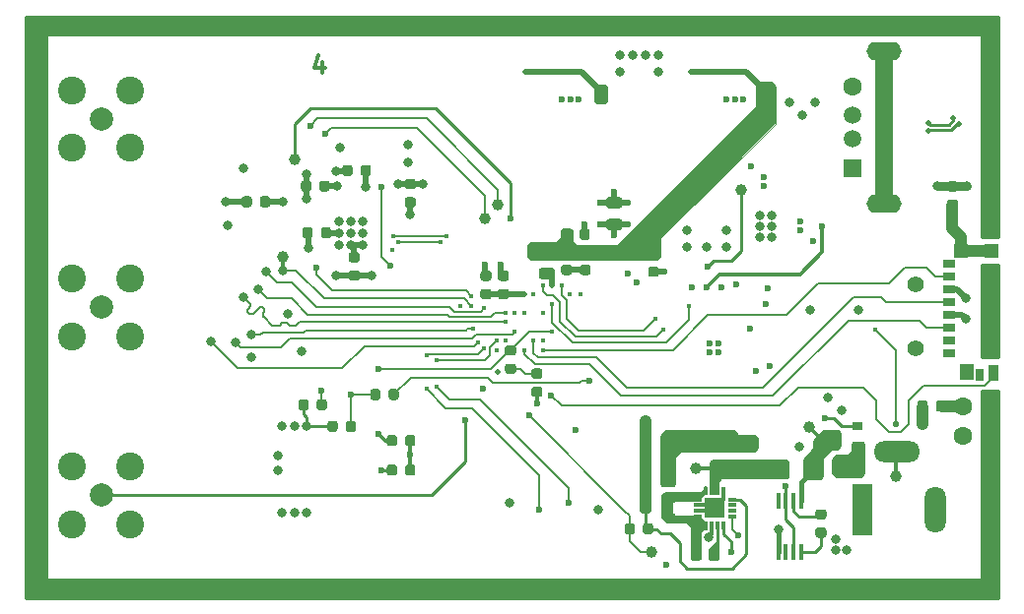
<source format=gbr>
G04 #@! TF.GenerationSoftware,KiCad,Pcbnew,(5.1.6)-1*
G04 #@! TF.CreationDate,2020-09-15T21:19:37+02:00*
G04 #@! TF.ProjectId,PrecisionTimer_RevG,50726563-6973-4696-9f6e-54696d65725f,rev?*
G04 #@! TF.SameCoordinates,Original*
G04 #@! TF.FileFunction,Copper,L4,Bot*
G04 #@! TF.FilePolarity,Positive*
%FSLAX46Y46*%
G04 Gerber Fmt 4.6, Leading zero omitted, Abs format (unit mm)*
G04 Created by KiCad (PCBNEW (5.1.6)-1) date 2020-09-15 21:19:37*
%MOMM*%
%LPD*%
G01*
G04 APERTURE LIST*
G04 #@! TA.AperFunction,NonConductor*
%ADD10C,0.300000*%
G04 #@! TD*
G04 #@! TA.AperFunction,ComponentPad*
%ADD11C,1.600000*%
G04 #@! TD*
G04 #@! TA.AperFunction,ComponentPad*
%ADD12C,1.500000*%
G04 #@! TD*
G04 #@! TA.AperFunction,ComponentPad*
%ADD13R,1.500000X1.600000*%
G04 #@! TD*
G04 #@! TA.AperFunction,ComponentPad*
%ADD14O,3.000000X1.600000*%
G04 #@! TD*
G04 #@! TA.AperFunction,ComponentPad*
%ADD15C,1.400000*%
G04 #@! TD*
G04 #@! TA.AperFunction,ComponentPad*
%ADD16R,1.800000X4.400000*%
G04 #@! TD*
G04 #@! TA.AperFunction,ComponentPad*
%ADD17O,1.800000X4.000000*%
G04 #@! TD*
G04 #@! TA.AperFunction,ComponentPad*
%ADD18O,4.000000X1.800000*%
G04 #@! TD*
G04 #@! TA.AperFunction,SMDPad,CuDef*
%ADD19C,0.700000*%
G04 #@! TD*
G04 #@! TA.AperFunction,SMDPad,CuDef*
%ADD20R,1.000000X0.700000*%
G04 #@! TD*
G04 #@! TA.AperFunction,SMDPad,CuDef*
%ADD21R,0.900000X1.400000*%
G04 #@! TD*
G04 #@! TA.AperFunction,SMDPad,CuDef*
%ADD22R,0.700000X1.000000*%
G04 #@! TD*
G04 #@! TA.AperFunction,SMDPad,CuDef*
%ADD23R,1.200000X1.450000*%
G04 #@! TD*
G04 #@! TA.AperFunction,SMDPad,CuDef*
%ADD24R,1.200000X1.150000*%
G04 #@! TD*
G04 #@! TA.AperFunction,ComponentPad*
%ADD25C,2.400000*%
G04 #@! TD*
G04 #@! TA.AperFunction,ComponentPad*
%ADD26C,2.000000*%
G04 #@! TD*
G04 #@! TA.AperFunction,SMDPad,CuDef*
%ADD27C,1.000000*%
G04 #@! TD*
G04 #@! TA.AperFunction,SMDPad,CuDef*
%ADD28R,0.450000X1.400000*%
G04 #@! TD*
G04 #@! TA.AperFunction,SMDPad,CuDef*
%ADD29R,0.900000X0.800000*%
G04 #@! TD*
G04 #@! TA.AperFunction,SMDPad,CuDef*
%ADD30R,1.800000X1.800000*%
G04 #@! TD*
G04 #@! TA.AperFunction,SMDPad,CuDef*
%ADD31R,0.750000X0.300000*%
G04 #@! TD*
G04 #@! TA.AperFunction,SMDPad,CuDef*
%ADD32R,0.300000X0.750000*%
G04 #@! TD*
G04 #@! TA.AperFunction,ViaPad*
%ADD33C,0.600000*%
G04 #@! TD*
G04 #@! TA.AperFunction,ViaPad*
%ADD34C,0.800000*%
G04 #@! TD*
G04 #@! TA.AperFunction,ViaPad*
%ADD35C,0.450000*%
G04 #@! TD*
G04 #@! TA.AperFunction,ViaPad*
%ADD36C,0.550000*%
G04 #@! TD*
G04 #@! TA.AperFunction,ViaPad*
%ADD37C,0.500000*%
G04 #@! TD*
G04 #@! TA.AperFunction,Conductor*
%ADD38C,0.250000*%
G04 #@! TD*
G04 #@! TA.AperFunction,Conductor*
%ADD39C,0.500000*%
G04 #@! TD*
G04 #@! TA.AperFunction,Conductor*
%ADD40C,0.300000*%
G04 #@! TD*
G04 #@! TA.AperFunction,Conductor*
%ADD41C,0.350000*%
G04 #@! TD*
G04 #@! TA.AperFunction,Conductor*
%ADD42C,0.800000*%
G04 #@! TD*
G04 #@! TA.AperFunction,Conductor*
%ADD43C,1.000000*%
G04 #@! TD*
G04 #@! TA.AperFunction,Conductor*
%ADD44C,0.200000*%
G04 #@! TD*
G04 #@! TA.AperFunction,Conductor*
%ADD45C,0.400000*%
G04 #@! TD*
G04 #@! TA.AperFunction,Conductor*
%ADD46C,1.500000*%
G04 #@! TD*
G04 #@! TA.AperFunction,Conductor*
%ADD47C,0.254000*%
G04 #@! TD*
G04 #@! TA.AperFunction,Conductor*
%ADD48C,0.025400*%
G04 #@! TD*
G04 APERTURE END LIST*
D10*
X114814314Y-56295171D02*
X114814314Y-57295171D01*
X114457171Y-55723742D02*
X114100028Y-56795171D01*
X115028600Y-56795171D01*
D11*
X160324800Y-58430400D03*
D12*
X160324800Y-60930400D03*
X160324800Y-62930400D03*
D13*
X160324800Y-65430400D03*
D14*
X163034800Y-55360400D03*
X163034800Y-68500400D03*
D15*
X165789800Y-80997400D03*
X165789800Y-75497400D03*
D16*
X161188400Y-94818200D03*
D17*
X167488400Y-94818200D03*
D18*
X164185600Y-89814400D03*
D19*
X145592800Y-95707200D03*
D20*
X168645200Y-73690200D03*
X168645200Y-74790200D03*
X168645200Y-75890200D03*
X168645200Y-76990200D03*
X168645200Y-78090200D03*
X168645200Y-79190200D03*
X168645200Y-80290200D03*
X168645200Y-81390200D03*
D21*
X172435200Y-83040200D03*
D22*
X171285200Y-83240200D03*
D23*
X170135200Y-83015200D03*
D24*
X172285200Y-72615200D03*
X169695200Y-72615200D03*
D11*
X169799000Y-85928200D03*
X169799000Y-88468200D03*
D25*
X98298000Y-63728600D03*
X93319600Y-63728600D03*
X93319600Y-58750200D03*
X98298000Y-58750200D03*
D26*
X95808800Y-61239400D03*
D25*
X98298000Y-79908400D03*
X93319600Y-79908400D03*
X93319600Y-74930000D03*
X98298000Y-74930000D03*
D26*
X95808800Y-77419200D03*
D25*
X98298000Y-96088200D03*
X93319600Y-96088200D03*
X93319600Y-91109800D03*
X98298000Y-91109800D03*
D26*
X95808800Y-93599000D03*
G04 #@! TA.AperFunction,SMDPad,CuDef*
G36*
G01*
X120492000Y-85193850D02*
X120492000Y-84681350D01*
G75*
G02*
X120710750Y-84462600I218750J0D01*
G01*
X121148250Y-84462600D01*
G75*
G02*
X121367000Y-84681350I0J-218750D01*
G01*
X121367000Y-85193850D01*
G75*
G02*
X121148250Y-85412600I-218750J0D01*
G01*
X120710750Y-85412600D01*
G75*
G02*
X120492000Y-85193850I0J218750D01*
G01*
G37*
G04 #@! TD.AperFunction*
G04 #@! TA.AperFunction,SMDPad,CuDef*
G36*
G01*
X118917000Y-85193850D02*
X118917000Y-84681350D01*
G75*
G02*
X119135750Y-84462600I218750J0D01*
G01*
X119573250Y-84462600D01*
G75*
G02*
X119792000Y-84681350I0J-218750D01*
G01*
X119792000Y-85193850D01*
G75*
G02*
X119573250Y-85412600I-218750J0D01*
G01*
X119135750Y-85412600D01*
G75*
G02*
X118917000Y-85193850I0J218750D01*
G01*
G37*
G04 #@! TD.AperFunction*
G04 #@! TA.AperFunction,SMDPad,CuDef*
G36*
G01*
X142336000Y-96750850D02*
X142336000Y-96238350D01*
G75*
G02*
X142554750Y-96019600I218750J0D01*
G01*
X142992250Y-96019600D01*
G75*
G02*
X143211000Y-96238350I0J-218750D01*
G01*
X143211000Y-96750850D01*
G75*
G02*
X142992250Y-96969600I-218750J0D01*
G01*
X142554750Y-96969600D01*
G75*
G02*
X142336000Y-96750850I0J218750D01*
G01*
G37*
G04 #@! TD.AperFunction*
G04 #@! TA.AperFunction,SMDPad,CuDef*
G36*
G01*
X140761000Y-96750850D02*
X140761000Y-96238350D01*
G75*
G02*
X140979750Y-96019600I218750J0D01*
G01*
X141417250Y-96019600D01*
G75*
G02*
X141636000Y-96238350I0J-218750D01*
G01*
X141636000Y-96750850D01*
G75*
G02*
X141417250Y-96969600I-218750J0D01*
G01*
X140979750Y-96969600D01*
G75*
G02*
X140761000Y-96750850I0J218750D01*
G01*
G37*
G04 #@! TD.AperFunction*
D27*
X150799800Y-67335400D03*
X112420400Y-64693800D03*
X129895600Y-68605400D03*
X128752600Y-69824600D03*
X111417100Y-73101200D03*
X156616400Y-87706200D03*
X164084000Y-91998800D03*
X143103600Y-98526600D03*
G04 #@! TA.AperFunction,SMDPad,CuDef*
G36*
G01*
X109443000Y-68607650D02*
X109443000Y-68095150D01*
G75*
G02*
X109661750Y-67876400I218750J0D01*
G01*
X110099250Y-67876400D01*
G75*
G02*
X110318000Y-68095150I0J-218750D01*
G01*
X110318000Y-68607650D01*
G75*
G02*
X110099250Y-68826400I-218750J0D01*
G01*
X109661750Y-68826400D01*
G75*
G02*
X109443000Y-68607650I0J218750D01*
G01*
G37*
G04 #@! TD.AperFunction*
G04 #@! TA.AperFunction,SMDPad,CuDef*
G36*
G01*
X107868000Y-68607650D02*
X107868000Y-68095150D01*
G75*
G02*
X108086750Y-67876400I218750J0D01*
G01*
X108524250Y-67876400D01*
G75*
G02*
X108743000Y-68095150I0J-218750D01*
G01*
X108743000Y-68607650D01*
G75*
G02*
X108524250Y-68826400I-218750J0D01*
G01*
X108086750Y-68826400D01*
G75*
G02*
X107868000Y-68607650I0J218750D01*
G01*
G37*
G04 #@! TD.AperFunction*
G04 #@! TA.AperFunction,SMDPad,CuDef*
G36*
G01*
X130718850Y-82277700D02*
X131231350Y-82277700D01*
G75*
G02*
X131450100Y-82496450I0J-218750D01*
G01*
X131450100Y-82933950D01*
G75*
G02*
X131231350Y-83152700I-218750J0D01*
G01*
X130718850Y-83152700D01*
G75*
G02*
X130500100Y-82933950I0J218750D01*
G01*
X130500100Y-82496450D01*
G75*
G02*
X130718850Y-82277700I218750J0D01*
G01*
G37*
G04 #@! TD.AperFunction*
G04 #@! TA.AperFunction,SMDPad,CuDef*
G36*
G01*
X130718850Y-80702700D02*
X131231350Y-80702700D01*
G75*
G02*
X131450100Y-80921450I0J-218750D01*
G01*
X131450100Y-81358950D01*
G75*
G02*
X131231350Y-81577700I-218750J0D01*
G01*
X130718850Y-81577700D01*
G75*
G02*
X130500100Y-81358950I0J218750D01*
G01*
X130500100Y-80921450D01*
G75*
G02*
X130718850Y-80702700I218750J0D01*
G01*
G37*
G04 #@! TD.AperFunction*
G04 #@! TA.AperFunction,SMDPad,CuDef*
G36*
G01*
X132979450Y-84271600D02*
X133491950Y-84271600D01*
G75*
G02*
X133710700Y-84490350I0J-218750D01*
G01*
X133710700Y-84927850D01*
G75*
G02*
X133491950Y-85146600I-218750J0D01*
G01*
X132979450Y-85146600D01*
G75*
G02*
X132760700Y-84927850I0J218750D01*
G01*
X132760700Y-84490350D01*
G75*
G02*
X132979450Y-84271600I218750J0D01*
G01*
G37*
G04 #@! TD.AperFunction*
G04 #@! TA.AperFunction,SMDPad,CuDef*
G36*
G01*
X132979450Y-82696600D02*
X133491950Y-82696600D01*
G75*
G02*
X133710700Y-82915350I0J-218750D01*
G01*
X133710700Y-83352850D01*
G75*
G02*
X133491950Y-83571600I-218750J0D01*
G01*
X132979450Y-83571600D01*
G75*
G02*
X132760700Y-83352850I0J218750D01*
G01*
X132760700Y-82915350D01*
G75*
G02*
X132979450Y-82696600I218750J0D01*
G01*
G37*
G04 #@! TD.AperFunction*
G04 #@! TA.AperFunction,SMDPad,CuDef*
G36*
G01*
X113619800Y-85570350D02*
X113619800Y-86082850D01*
G75*
G02*
X113401050Y-86301600I-218750J0D01*
G01*
X112963550Y-86301600D01*
G75*
G02*
X112744800Y-86082850I0J218750D01*
G01*
X112744800Y-85570350D01*
G75*
G02*
X112963550Y-85351600I218750J0D01*
G01*
X113401050Y-85351600D01*
G75*
G02*
X113619800Y-85570350I0J-218750D01*
G01*
G37*
G04 #@! TD.AperFunction*
G04 #@! TA.AperFunction,SMDPad,CuDef*
G36*
G01*
X115194800Y-85570350D02*
X115194800Y-86082850D01*
G75*
G02*
X114976050Y-86301600I-218750J0D01*
G01*
X114538550Y-86301600D01*
G75*
G02*
X114319800Y-86082850I0J218750D01*
G01*
X114319800Y-85570350D01*
G75*
G02*
X114538550Y-85351600I218750J0D01*
G01*
X114976050Y-85351600D01*
G75*
G02*
X115194800Y-85570350I0J-218750D01*
G01*
G37*
G04 #@! TD.AperFunction*
G04 #@! TA.AperFunction,SMDPad,CuDef*
G36*
G01*
X121914400Y-91696250D02*
X121914400Y-91183750D01*
G75*
G02*
X122133150Y-90965000I218750J0D01*
G01*
X122570650Y-90965000D01*
G75*
G02*
X122789400Y-91183750I0J-218750D01*
G01*
X122789400Y-91696250D01*
G75*
G02*
X122570650Y-91915000I-218750J0D01*
G01*
X122133150Y-91915000D01*
G75*
G02*
X121914400Y-91696250I0J218750D01*
G01*
G37*
G04 #@! TD.AperFunction*
G04 #@! TA.AperFunction,SMDPad,CuDef*
G36*
G01*
X120339400Y-91696250D02*
X120339400Y-91183750D01*
G75*
G02*
X120558150Y-90965000I218750J0D01*
G01*
X120995650Y-90965000D01*
G75*
G02*
X121214400Y-91183750I0J-218750D01*
G01*
X121214400Y-91696250D01*
G75*
G02*
X120995650Y-91915000I-218750J0D01*
G01*
X120558150Y-91915000D01*
G75*
G02*
X120339400Y-91696250I0J218750D01*
G01*
G37*
G04 #@! TD.AperFunction*
G04 #@! TA.AperFunction,SMDPad,CuDef*
G36*
G01*
X121914400Y-89156250D02*
X121914400Y-88643750D01*
G75*
G02*
X122133150Y-88425000I218750J0D01*
G01*
X122570650Y-88425000D01*
G75*
G02*
X122789400Y-88643750I0J-218750D01*
G01*
X122789400Y-89156250D01*
G75*
G02*
X122570650Y-89375000I-218750J0D01*
G01*
X122133150Y-89375000D01*
G75*
G02*
X121914400Y-89156250I0J218750D01*
G01*
G37*
G04 #@! TD.AperFunction*
G04 #@! TA.AperFunction,SMDPad,CuDef*
G36*
G01*
X120339400Y-89156250D02*
X120339400Y-88643750D01*
G75*
G02*
X120558150Y-88425000I218750J0D01*
G01*
X120995650Y-88425000D01*
G75*
G02*
X121214400Y-88643750I0J-218750D01*
G01*
X121214400Y-89156250D01*
G75*
G02*
X120995650Y-89375000I-218750J0D01*
G01*
X120558150Y-89375000D01*
G75*
G02*
X120339400Y-89156250I0J218750D01*
G01*
G37*
G04 #@! TD.AperFunction*
G04 #@! TA.AperFunction,SMDPad,CuDef*
G36*
G01*
X116109000Y-87424550D02*
X116109000Y-87937050D01*
G75*
G02*
X115890250Y-88155800I-218750J0D01*
G01*
X115452750Y-88155800D01*
G75*
G02*
X115234000Y-87937050I0J218750D01*
G01*
X115234000Y-87424550D01*
G75*
G02*
X115452750Y-87205800I218750J0D01*
G01*
X115890250Y-87205800D01*
G75*
G02*
X116109000Y-87424550I0J-218750D01*
G01*
G37*
G04 #@! TD.AperFunction*
G04 #@! TA.AperFunction,SMDPad,CuDef*
G36*
G01*
X117684000Y-87424550D02*
X117684000Y-87937050D01*
G75*
G02*
X117465250Y-88155800I-218750J0D01*
G01*
X117027750Y-88155800D01*
G75*
G02*
X116809000Y-87937050I0J218750D01*
G01*
X116809000Y-87424550D01*
G75*
G02*
X117027750Y-87205800I218750J0D01*
G01*
X117465250Y-87205800D01*
G75*
G02*
X117684000Y-87424550I0J-218750D01*
G01*
G37*
G04 #@! TD.AperFunction*
G04 #@! TA.AperFunction,SMDPad,CuDef*
G36*
G01*
X134542850Y-73133800D02*
X133630350Y-73133800D01*
G75*
G02*
X133386600Y-72890050I0J243750D01*
G01*
X133386600Y-72402550D01*
G75*
G02*
X133630350Y-72158800I243750J0D01*
G01*
X134542850Y-72158800D01*
G75*
G02*
X134786600Y-72402550I0J-243750D01*
G01*
X134786600Y-72890050D01*
G75*
G02*
X134542850Y-73133800I-243750J0D01*
G01*
G37*
G04 #@! TD.AperFunction*
G04 #@! TA.AperFunction,SMDPad,CuDef*
G36*
G01*
X134542850Y-75008800D02*
X133630350Y-75008800D01*
G75*
G02*
X133386600Y-74765050I0J243750D01*
G01*
X133386600Y-74277550D01*
G75*
G02*
X133630350Y-74033800I243750J0D01*
G01*
X134542850Y-74033800D01*
G75*
G02*
X134786600Y-74277550I0J-243750D01*
G01*
X134786600Y-74765050D01*
G75*
G02*
X134542850Y-75008800I-243750J0D01*
G01*
G37*
G04 #@! TD.AperFunction*
G04 #@! TA.AperFunction,SMDPad,CuDef*
G36*
G01*
X136044650Y-73081400D02*
X135532150Y-73081400D01*
G75*
G02*
X135313400Y-72862650I0J218750D01*
G01*
X135313400Y-72425150D01*
G75*
G02*
X135532150Y-72206400I218750J0D01*
G01*
X136044650Y-72206400D01*
G75*
G02*
X136263400Y-72425150I0J-218750D01*
G01*
X136263400Y-72862650D01*
G75*
G02*
X136044650Y-73081400I-218750J0D01*
G01*
G37*
G04 #@! TD.AperFunction*
G04 #@! TA.AperFunction,SMDPad,CuDef*
G36*
G01*
X136044650Y-74656400D02*
X135532150Y-74656400D01*
G75*
G02*
X135313400Y-74437650I0J218750D01*
G01*
X135313400Y-74000150D01*
G75*
G02*
X135532150Y-73781400I218750J0D01*
G01*
X136044650Y-73781400D01*
G75*
G02*
X136263400Y-74000150I0J-218750D01*
G01*
X136263400Y-74437650D01*
G75*
G02*
X136044650Y-74656400I-218750J0D01*
G01*
G37*
G04 #@! TD.AperFunction*
G04 #@! TA.AperFunction,SMDPad,CuDef*
G36*
G01*
X136200400Y-70914550D02*
X136200400Y-71427050D01*
G75*
G02*
X135981650Y-71645800I-218750J0D01*
G01*
X135544150Y-71645800D01*
G75*
G02*
X135325400Y-71427050I0J218750D01*
G01*
X135325400Y-70914550D01*
G75*
G02*
X135544150Y-70695800I218750J0D01*
G01*
X135981650Y-70695800D01*
G75*
G02*
X136200400Y-70914550I0J-218750D01*
G01*
G37*
G04 #@! TD.AperFunction*
G04 #@! TA.AperFunction,SMDPad,CuDef*
G36*
G01*
X137775400Y-70914550D02*
X137775400Y-71427050D01*
G75*
G02*
X137556650Y-71645800I-218750J0D01*
G01*
X137119150Y-71645800D01*
G75*
G02*
X136900400Y-71427050I0J218750D01*
G01*
X136900400Y-70914550D01*
G75*
G02*
X137119150Y-70695800I218750J0D01*
G01*
X137556650Y-70695800D01*
G75*
G02*
X137775400Y-70914550I0J-218750D01*
G01*
G37*
G04 #@! TD.AperFunction*
G04 #@! TA.AperFunction,SMDPad,CuDef*
G36*
G01*
X142999750Y-73933800D02*
X143512250Y-73933800D01*
G75*
G02*
X143731000Y-74152550I0J-218750D01*
G01*
X143731000Y-74590050D01*
G75*
G02*
X143512250Y-74808800I-218750J0D01*
G01*
X142999750Y-74808800D01*
G75*
G02*
X142781000Y-74590050I0J218750D01*
G01*
X142781000Y-74152550D01*
G75*
G02*
X142999750Y-73933800I218750J0D01*
G01*
G37*
G04 #@! TD.AperFunction*
G04 #@! TA.AperFunction,SMDPad,CuDef*
G36*
G01*
X142999750Y-72358800D02*
X143512250Y-72358800D01*
G75*
G02*
X143731000Y-72577550I0J-218750D01*
G01*
X143731000Y-73015050D01*
G75*
G02*
X143512250Y-73233800I-218750J0D01*
G01*
X142999750Y-73233800D01*
G75*
G02*
X142781000Y-73015050I0J218750D01*
G01*
X142781000Y-72577550D01*
G75*
G02*
X142999750Y-72358800I218750J0D01*
G01*
G37*
G04 #@! TD.AperFunction*
G04 #@! TA.AperFunction,SMDPad,CuDef*
G36*
G01*
X140334050Y-68917400D02*
X139421550Y-68917400D01*
G75*
G02*
X139177800Y-68673650I0J243750D01*
G01*
X139177800Y-68186150D01*
G75*
G02*
X139421550Y-67942400I243750J0D01*
G01*
X140334050Y-67942400D01*
G75*
G02*
X140577800Y-68186150I0J-243750D01*
G01*
X140577800Y-68673650D01*
G75*
G02*
X140334050Y-68917400I-243750J0D01*
G01*
G37*
G04 #@! TD.AperFunction*
G04 #@! TA.AperFunction,SMDPad,CuDef*
G36*
G01*
X140334050Y-70792400D02*
X139421550Y-70792400D01*
G75*
G02*
X139177800Y-70548650I0J243750D01*
G01*
X139177800Y-70061150D01*
G75*
G02*
X139421550Y-69817400I243750J0D01*
G01*
X140334050Y-69817400D01*
G75*
G02*
X140577800Y-70061150I0J-243750D01*
G01*
X140577800Y-70548650D01*
G75*
G02*
X140334050Y-70792400I-243750J0D01*
G01*
G37*
G04 #@! TD.AperFunction*
G04 #@! TA.AperFunction,SMDPad,CuDef*
G36*
G01*
X129110450Y-75164200D02*
X128597950Y-75164200D01*
G75*
G02*
X128379200Y-74945450I0J218750D01*
G01*
X128379200Y-74507950D01*
G75*
G02*
X128597950Y-74289200I218750J0D01*
G01*
X129110450Y-74289200D01*
G75*
G02*
X129329200Y-74507950I0J-218750D01*
G01*
X129329200Y-74945450D01*
G75*
G02*
X129110450Y-75164200I-218750J0D01*
G01*
G37*
G04 #@! TD.AperFunction*
G04 #@! TA.AperFunction,SMDPad,CuDef*
G36*
G01*
X129110450Y-76739200D02*
X128597950Y-76739200D01*
G75*
G02*
X128379200Y-76520450I0J218750D01*
G01*
X128379200Y-76082950D01*
G75*
G02*
X128597950Y-75864200I218750J0D01*
G01*
X129110450Y-75864200D01*
G75*
G02*
X129329200Y-76082950I0J-218750D01*
G01*
X129329200Y-76520450D01*
G75*
G02*
X129110450Y-76739200I-218750J0D01*
G01*
G37*
G04 #@! TD.AperFunction*
D28*
X155915000Y-94116800D03*
X155265000Y-94116800D03*
X154615000Y-94116800D03*
X153965000Y-94116800D03*
X153965000Y-98516800D03*
X154615000Y-98516800D03*
X155265000Y-98516800D03*
X155915000Y-98516800D03*
D29*
X158791400Y-88595200D03*
X160791400Y-89545200D03*
X160791400Y-87645200D03*
G04 #@! TA.AperFunction,SMDPad,CuDef*
G36*
G01*
X137132350Y-73781400D02*
X137644850Y-73781400D01*
G75*
G02*
X137863600Y-74000150I0J-218750D01*
G01*
X137863600Y-74437650D01*
G75*
G02*
X137644850Y-74656400I-218750J0D01*
G01*
X137132350Y-74656400D01*
G75*
G02*
X136913600Y-74437650I0J218750D01*
G01*
X136913600Y-74000150D01*
G75*
G02*
X137132350Y-73781400I218750J0D01*
G01*
G37*
G04 #@! TD.AperFunction*
G04 #@! TA.AperFunction,SMDPad,CuDef*
G36*
G01*
X137132350Y-72206400D02*
X137644850Y-72206400D01*
G75*
G02*
X137863600Y-72425150I0J-218750D01*
G01*
X137863600Y-72862650D01*
G75*
G02*
X137644850Y-73081400I-218750J0D01*
G01*
X137132350Y-73081400D01*
G75*
G02*
X136913600Y-72862650I0J218750D01*
G01*
X136913600Y-72425150D01*
G75*
G02*
X137132350Y-72206400I218750J0D01*
G01*
G37*
G04 #@! TD.AperFunction*
G04 #@! TA.AperFunction,SMDPad,CuDef*
G36*
G01*
X157888650Y-95687400D02*
X157376150Y-95687400D01*
G75*
G02*
X157157400Y-95468650I0J218750D01*
G01*
X157157400Y-95031150D01*
G75*
G02*
X157376150Y-94812400I218750J0D01*
G01*
X157888650Y-94812400D01*
G75*
G02*
X158107400Y-95031150I0J-218750D01*
G01*
X158107400Y-95468650D01*
G75*
G02*
X157888650Y-95687400I-218750J0D01*
G01*
G37*
G04 #@! TD.AperFunction*
G04 #@! TA.AperFunction,SMDPad,CuDef*
G36*
G01*
X157888650Y-97262400D02*
X157376150Y-97262400D01*
G75*
G02*
X157157400Y-97043650I0J218750D01*
G01*
X157157400Y-96606150D01*
G75*
G02*
X157376150Y-96387400I218750J0D01*
G01*
X157888650Y-96387400D01*
G75*
G02*
X158107400Y-96606150I0J-218750D01*
G01*
X158107400Y-97043650D01*
G75*
G02*
X157888650Y-97262400I-218750J0D01*
G01*
G37*
G04 #@! TD.AperFunction*
G04 #@! TA.AperFunction,SMDPad,CuDef*
G36*
G01*
X156174600Y-91938800D02*
X156174600Y-90788800D01*
G75*
G02*
X156424600Y-90538800I250000J0D01*
G01*
X157524600Y-90538800D01*
G75*
G02*
X157774600Y-90788800I0J-250000D01*
G01*
X157774600Y-91938800D01*
G75*
G02*
X157524600Y-92188800I-250000J0D01*
G01*
X156424600Y-92188800D01*
G75*
G02*
X156174600Y-91938800I0J250000D01*
G01*
G37*
G04 #@! TD.AperFunction*
G04 #@! TA.AperFunction,SMDPad,CuDef*
G36*
G01*
X153324600Y-91938800D02*
X153324600Y-90788800D01*
G75*
G02*
X153574600Y-90538800I250000J0D01*
G01*
X154674600Y-90538800D01*
G75*
G02*
X154924600Y-90788800I0J-250000D01*
G01*
X154924600Y-91938800D01*
G75*
G02*
X154674600Y-92188800I-250000J0D01*
G01*
X153574600Y-92188800D01*
G75*
G02*
X153324600Y-91938800I0J250000D01*
G01*
G37*
G04 #@! TD.AperFunction*
D27*
X146888200Y-91313000D03*
G04 #@! TA.AperFunction,SMDPad,CuDef*
G36*
G01*
X130096550Y-75864100D02*
X130609050Y-75864100D01*
G75*
G02*
X130827800Y-76082850I0J-218750D01*
G01*
X130827800Y-76520350D01*
G75*
G02*
X130609050Y-76739100I-218750J0D01*
G01*
X130096550Y-76739100D01*
G75*
G02*
X129877800Y-76520350I0J218750D01*
G01*
X129877800Y-76082850D01*
G75*
G02*
X130096550Y-75864100I218750J0D01*
G01*
G37*
G04 #@! TD.AperFunction*
G04 #@! TA.AperFunction,SMDPad,CuDef*
G36*
G01*
X130096550Y-74289100D02*
X130609050Y-74289100D01*
G75*
G02*
X130827800Y-74507850I0J-218750D01*
G01*
X130827800Y-74945350D01*
G75*
G02*
X130609050Y-75164100I-218750J0D01*
G01*
X130096550Y-75164100D01*
G75*
G02*
X129877800Y-74945350I0J218750D01*
G01*
X129877800Y-74507850D01*
G75*
G02*
X130096550Y-74289100I218750J0D01*
G01*
G37*
G04 #@! TD.AperFunction*
G04 #@! TA.AperFunction,SMDPad,CuDef*
G36*
G01*
X113975400Y-70762150D02*
X113975400Y-71274650D01*
G75*
G02*
X113756650Y-71493400I-218750J0D01*
G01*
X113319150Y-71493400D01*
G75*
G02*
X113100400Y-71274650I0J218750D01*
G01*
X113100400Y-70762150D01*
G75*
G02*
X113319150Y-70543400I218750J0D01*
G01*
X113756650Y-70543400D01*
G75*
G02*
X113975400Y-70762150I0J-218750D01*
G01*
G37*
G04 #@! TD.AperFunction*
G04 #@! TA.AperFunction,SMDPad,CuDef*
G36*
G01*
X115550400Y-70762150D02*
X115550400Y-71274650D01*
G75*
G02*
X115331650Y-71493400I-218750J0D01*
G01*
X114894150Y-71493400D01*
G75*
G02*
X114675400Y-71274650I0J218750D01*
G01*
X114675400Y-70762150D01*
G75*
G02*
X114894150Y-70543400I218750J0D01*
G01*
X115331650Y-70543400D01*
G75*
G02*
X115550400Y-70762150I0J-218750D01*
G01*
G37*
G04 #@! TD.AperFunction*
G04 #@! TA.AperFunction,SMDPad,CuDef*
G36*
G01*
X122095550Y-67964800D02*
X122608050Y-67964800D01*
G75*
G02*
X122826800Y-68183550I0J-218750D01*
G01*
X122826800Y-68621050D01*
G75*
G02*
X122608050Y-68839800I-218750J0D01*
G01*
X122095550Y-68839800D01*
G75*
G02*
X121876800Y-68621050I0J218750D01*
G01*
X121876800Y-68183550D01*
G75*
G02*
X122095550Y-67964800I218750J0D01*
G01*
G37*
G04 #@! TD.AperFunction*
G04 #@! TA.AperFunction,SMDPad,CuDef*
G36*
G01*
X122095550Y-66389800D02*
X122608050Y-66389800D01*
G75*
G02*
X122826800Y-66608550I0J-218750D01*
G01*
X122826800Y-67046050D01*
G75*
G02*
X122608050Y-67264800I-218750J0D01*
G01*
X122095550Y-67264800D01*
G75*
G02*
X121876800Y-67046050I0J218750D01*
G01*
X121876800Y-66608550D01*
G75*
G02*
X122095550Y-66389800I218750J0D01*
G01*
G37*
G04 #@! TD.AperFunction*
G04 #@! TA.AperFunction,SMDPad,CuDef*
G36*
G01*
X151662450Y-89745400D02*
X150749950Y-89745400D01*
G75*
G02*
X150506200Y-89501650I0J243750D01*
G01*
X150506200Y-89014150D01*
G75*
G02*
X150749950Y-88770400I243750J0D01*
G01*
X151662450Y-88770400D01*
G75*
G02*
X151906200Y-89014150I0J-243750D01*
G01*
X151906200Y-89501650D01*
G75*
G02*
X151662450Y-89745400I-243750J0D01*
G01*
G37*
G04 #@! TD.AperFunction*
G04 #@! TA.AperFunction,SMDPad,CuDef*
G36*
G01*
X151662450Y-91620400D02*
X150749950Y-91620400D01*
G75*
G02*
X150506200Y-91376650I0J243750D01*
G01*
X150506200Y-90889150D01*
G75*
G02*
X150749950Y-90645400I243750J0D01*
G01*
X151662450Y-90645400D01*
G75*
G02*
X151906200Y-90889150I0J-243750D01*
G01*
X151906200Y-91376650D01*
G75*
G02*
X151662450Y-91620400I-243750J0D01*
G01*
G37*
G04 #@! TD.AperFunction*
G04 #@! TA.AperFunction,SMDPad,CuDef*
G36*
G01*
X169191650Y-67468000D02*
X168679150Y-67468000D01*
G75*
G02*
X168460400Y-67249250I0J218750D01*
G01*
X168460400Y-66811750D01*
G75*
G02*
X168679150Y-66593000I218750J0D01*
G01*
X169191650Y-66593000D01*
G75*
G02*
X169410400Y-66811750I0J-218750D01*
G01*
X169410400Y-67249250D01*
G75*
G02*
X169191650Y-67468000I-218750J0D01*
G01*
G37*
G04 #@! TD.AperFunction*
G04 #@! TA.AperFunction,SMDPad,CuDef*
G36*
G01*
X169191650Y-69043000D02*
X168679150Y-69043000D01*
G75*
G02*
X168460400Y-68824250I0J218750D01*
G01*
X168460400Y-68386750D01*
G75*
G02*
X168679150Y-68168000I218750J0D01*
G01*
X169191650Y-68168000D01*
G75*
G02*
X169410400Y-68386750I0J-218750D01*
G01*
X169410400Y-68824250D01*
G75*
G02*
X169191650Y-69043000I-218750J0D01*
G01*
G37*
G04 #@! TD.AperFunction*
G04 #@! TA.AperFunction,SMDPad,CuDef*
G36*
G01*
X143060000Y-93955550D02*
X143060000Y-94868050D01*
G75*
G02*
X142816250Y-95111800I-243750J0D01*
G01*
X142328750Y-95111800D01*
G75*
G02*
X142085000Y-94868050I0J243750D01*
G01*
X142085000Y-93955550D01*
G75*
G02*
X142328750Y-93711800I243750J0D01*
G01*
X142816250Y-93711800D01*
G75*
G02*
X143060000Y-93955550I0J-243750D01*
G01*
G37*
G04 #@! TD.AperFunction*
G04 #@! TA.AperFunction,SMDPad,CuDef*
G36*
G01*
X144935000Y-93955550D02*
X144935000Y-94868050D01*
G75*
G02*
X144691250Y-95111800I-243750J0D01*
G01*
X144203750Y-95111800D01*
G75*
G02*
X143960000Y-94868050I0J243750D01*
G01*
X143960000Y-93955550D01*
G75*
G02*
X144203750Y-93711800I243750J0D01*
G01*
X144691250Y-93711800D01*
G75*
G02*
X144935000Y-93955550I0J-243750D01*
G01*
G37*
G04 #@! TD.AperFunction*
G04 #@! TA.AperFunction,SMDPad,CuDef*
G36*
G01*
X147325600Y-98524350D02*
X147325600Y-99036850D01*
G75*
G02*
X147106850Y-99255600I-218750J0D01*
G01*
X146669350Y-99255600D01*
G75*
G02*
X146450600Y-99036850I0J218750D01*
G01*
X146450600Y-98524350D01*
G75*
G02*
X146669350Y-98305600I218750J0D01*
G01*
X147106850Y-98305600D01*
G75*
G02*
X147325600Y-98524350I0J-218750D01*
G01*
G37*
G04 #@! TD.AperFunction*
G04 #@! TA.AperFunction,SMDPad,CuDef*
G36*
G01*
X148900600Y-98524350D02*
X148900600Y-99036850D01*
G75*
G02*
X148681850Y-99255600I-218750J0D01*
G01*
X148244350Y-99255600D01*
G75*
G02*
X148025600Y-99036850I0J218750D01*
G01*
X148025600Y-98524350D01*
G75*
G02*
X148244350Y-98305600I218750J0D01*
G01*
X148681850Y-98305600D01*
G75*
G02*
X148900600Y-98524350I0J-218750D01*
G01*
G37*
G04 #@! TD.AperFunction*
D30*
X148513800Y-94716600D03*
D31*
X147013800Y-93966600D03*
X147013800Y-94466600D03*
X147013800Y-94966600D03*
X147013800Y-95466600D03*
D32*
X147763800Y-96216600D03*
X148263800Y-96216600D03*
X148763800Y-96216600D03*
X149263800Y-96216600D03*
D31*
X150013800Y-95466600D03*
X150013800Y-94966600D03*
X150013800Y-94466600D03*
X150013800Y-93966600D03*
D32*
X149263800Y-93216600D03*
X148763800Y-93216600D03*
X148263800Y-93216600D03*
X147763800Y-93216600D03*
G04 #@! TA.AperFunction,SMDPad,CuDef*
G36*
G01*
X148613150Y-90545400D02*
X149125650Y-90545400D01*
G75*
G02*
X149344400Y-90764150I0J-218750D01*
G01*
X149344400Y-91201650D01*
G75*
G02*
X149125650Y-91420400I-218750J0D01*
G01*
X148613150Y-91420400D01*
G75*
G02*
X148394400Y-91201650I0J218750D01*
G01*
X148394400Y-90764150D01*
G75*
G02*
X148613150Y-90545400I218750J0D01*
G01*
G37*
G04 #@! TD.AperFunction*
G04 #@! TA.AperFunction,SMDPad,CuDef*
G36*
G01*
X148613150Y-88970400D02*
X149125650Y-88970400D01*
G75*
G02*
X149344400Y-89189150I0J-218750D01*
G01*
X149344400Y-89626650D01*
G75*
G02*
X149125650Y-89845400I-218750J0D01*
G01*
X148613150Y-89845400D01*
G75*
G02*
X148394400Y-89626650I0J218750D01*
G01*
X148394400Y-89189150D01*
G75*
G02*
X148613150Y-88970400I218750J0D01*
G01*
G37*
G04 #@! TD.AperFunction*
G04 #@! TA.AperFunction,SMDPad,CuDef*
G36*
G01*
X143962300Y-92505850D02*
X143962300Y-91593350D01*
G75*
G02*
X144206050Y-91349600I243750J0D01*
G01*
X144693550Y-91349600D01*
G75*
G02*
X144937300Y-91593350I0J-243750D01*
G01*
X144937300Y-92505850D01*
G75*
G02*
X144693550Y-92749600I-243750J0D01*
G01*
X144206050Y-92749600D01*
G75*
G02*
X143962300Y-92505850I0J243750D01*
G01*
G37*
G04 #@! TD.AperFunction*
G04 #@! TA.AperFunction,SMDPad,CuDef*
G36*
G01*
X142087300Y-92505850D02*
X142087300Y-91593350D01*
G75*
G02*
X142331050Y-91349600I243750J0D01*
G01*
X142818550Y-91349600D01*
G75*
G02*
X143062300Y-91593350I0J-243750D01*
G01*
X143062300Y-92505850D01*
G75*
G02*
X142818550Y-92749600I-243750J0D01*
G01*
X142331050Y-92749600D01*
G75*
G02*
X142087300Y-92505850I0J243750D01*
G01*
G37*
G04 #@! TD.AperFunction*
G04 #@! TA.AperFunction,SMDPad,CuDef*
G36*
G01*
X143962300Y-90575450D02*
X143962300Y-89662950D01*
G75*
G02*
X144206050Y-89419200I243750J0D01*
G01*
X144693550Y-89419200D01*
G75*
G02*
X144937300Y-89662950I0J-243750D01*
G01*
X144937300Y-90575450D01*
G75*
G02*
X144693550Y-90819200I-243750J0D01*
G01*
X144206050Y-90819200D01*
G75*
G02*
X143962300Y-90575450I0J243750D01*
G01*
G37*
G04 #@! TD.AperFunction*
G04 #@! TA.AperFunction,SMDPad,CuDef*
G36*
G01*
X142087300Y-90575450D02*
X142087300Y-89662950D01*
G75*
G02*
X142331050Y-89419200I243750J0D01*
G01*
X142818550Y-89419200D01*
G75*
G02*
X143062300Y-89662950I0J-243750D01*
G01*
X143062300Y-90575450D01*
G75*
G02*
X142818550Y-90819200I-243750J0D01*
G01*
X142331050Y-90819200D01*
G75*
G02*
X142087300Y-90575450I0J243750D01*
G01*
G37*
G04 #@! TD.AperFunction*
G04 #@! TA.AperFunction,SMDPad,CuDef*
G36*
G01*
X114548400Y-67261450D02*
X114548400Y-66748950D01*
G75*
G02*
X114767150Y-66530200I218750J0D01*
G01*
X115204650Y-66530200D01*
G75*
G02*
X115423400Y-66748950I0J-218750D01*
G01*
X115423400Y-67261450D01*
G75*
G02*
X115204650Y-67480200I-218750J0D01*
G01*
X114767150Y-67480200D01*
G75*
G02*
X114548400Y-67261450I0J218750D01*
G01*
G37*
G04 #@! TD.AperFunction*
G04 #@! TA.AperFunction,SMDPad,CuDef*
G36*
G01*
X112973400Y-67261450D02*
X112973400Y-66748950D01*
G75*
G02*
X113192150Y-66530200I218750J0D01*
G01*
X113629650Y-66530200D01*
G75*
G02*
X113848400Y-66748950I0J-218750D01*
G01*
X113848400Y-67261450D01*
G75*
G02*
X113629650Y-67480200I-218750J0D01*
G01*
X113192150Y-67480200D01*
G75*
G02*
X112973400Y-67261450I0J218750D01*
G01*
G37*
G04 #@! TD.AperFunction*
G04 #@! TA.AperFunction,SMDPad,CuDef*
G36*
G01*
X167507400Y-86184450D02*
X167507400Y-85671950D01*
G75*
G02*
X167726150Y-85453200I218750J0D01*
G01*
X168163650Y-85453200D01*
G75*
G02*
X168382400Y-85671950I0J-218750D01*
G01*
X168382400Y-86184450D01*
G75*
G02*
X168163650Y-86403200I-218750J0D01*
G01*
X167726150Y-86403200D01*
G75*
G02*
X167507400Y-86184450I0J218750D01*
G01*
G37*
G04 #@! TD.AperFunction*
G04 #@! TA.AperFunction,SMDPad,CuDef*
G36*
G01*
X165932400Y-86184450D02*
X165932400Y-85671950D01*
G75*
G02*
X166151150Y-85453200I218750J0D01*
G01*
X166588650Y-85453200D01*
G75*
G02*
X166807400Y-85671950I0J-218750D01*
G01*
X166807400Y-86184450D01*
G75*
G02*
X166588650Y-86403200I-218750J0D01*
G01*
X166151150Y-86403200D01*
G75*
G02*
X165932400Y-86184450I0J218750D01*
G01*
G37*
G04 #@! TD.AperFunction*
G04 #@! TA.AperFunction,SMDPad,CuDef*
G36*
G01*
X117282250Y-74263900D02*
X117794750Y-74263900D01*
G75*
G02*
X118013500Y-74482650I0J-218750D01*
G01*
X118013500Y-74920150D01*
G75*
G02*
X117794750Y-75138900I-218750J0D01*
G01*
X117282250Y-75138900D01*
G75*
G02*
X117063500Y-74920150I0J218750D01*
G01*
X117063500Y-74482650D01*
G75*
G02*
X117282250Y-74263900I218750J0D01*
G01*
G37*
G04 #@! TD.AperFunction*
G04 #@! TA.AperFunction,SMDPad,CuDef*
G36*
G01*
X117282250Y-72688900D02*
X117794750Y-72688900D01*
G75*
G02*
X118013500Y-72907650I0J-218750D01*
G01*
X118013500Y-73345150D01*
G75*
G02*
X117794750Y-73563900I-218750J0D01*
G01*
X117282250Y-73563900D01*
G75*
G02*
X117063500Y-73345150I0J218750D01*
G01*
X117063500Y-72907650D01*
G75*
G02*
X117282250Y-72688900I218750J0D01*
G01*
G37*
G04 #@! TD.AperFunction*
G04 #@! TA.AperFunction,SMDPad,CuDef*
G36*
G01*
X118091700Y-65915250D02*
X118091700Y-65402750D01*
G75*
G02*
X118310450Y-65184000I218750J0D01*
G01*
X118747950Y-65184000D01*
G75*
G02*
X118966700Y-65402750I0J-218750D01*
G01*
X118966700Y-65915250D01*
G75*
G02*
X118747950Y-66134000I-218750J0D01*
G01*
X118310450Y-66134000D01*
G75*
G02*
X118091700Y-65915250I0J218750D01*
G01*
G37*
G04 #@! TD.AperFunction*
G04 #@! TA.AperFunction,SMDPad,CuDef*
G36*
G01*
X116516700Y-65915250D02*
X116516700Y-65402750D01*
G75*
G02*
X116735450Y-65184000I218750J0D01*
G01*
X117172950Y-65184000D01*
G75*
G02*
X117391700Y-65402750I0J-218750D01*
G01*
X117391700Y-65915250D01*
G75*
G02*
X117172950Y-66134000I-218750J0D01*
G01*
X116735450Y-66134000D01*
G75*
G02*
X116516700Y-65915250I0J218750D01*
G01*
G37*
G04 #@! TD.AperFunction*
D33*
X127050800Y-87147400D03*
X155854400Y-70815200D03*
X155854400Y-70053200D03*
X141008100Y-74498200D03*
X141833600Y-75323700D03*
X150279100Y-59537600D03*
X150964900Y-59537600D03*
X149542500Y-59537600D03*
D34*
X94818200Y-53162200D03*
X92557600Y-53162200D03*
X97078800Y-53162200D03*
X110286800Y-53136800D03*
X112420400Y-53136800D03*
X103682800Y-53136800D03*
X108102400Y-53136800D03*
X105892600Y-53136800D03*
X101523800Y-53136800D03*
X116611400Y-53136800D03*
X118778800Y-53136800D03*
X120998800Y-53136800D03*
D33*
X148844000Y-80543400D03*
X148844000Y-81305400D03*
X148082000Y-81305400D03*
X148082000Y-80543400D03*
X152730200Y-66192400D03*
X152730200Y-66954400D03*
D34*
X172148500Y-90618000D03*
X172148500Y-88398000D03*
X172148500Y-97278600D03*
X172148500Y-92838600D03*
X172148500Y-99498600D03*
X172148500Y-95058600D03*
D33*
X148920200Y-94310200D03*
X148920200Y-95123000D03*
X148107400Y-95123000D03*
X148107400Y-94310200D03*
D34*
X147802600Y-72237600D03*
X101523800Y-101676200D03*
X103682800Y-101676200D03*
X105816400Y-101676200D03*
X107924600Y-101676200D03*
X110032800Y-101676200D03*
X172147700Y-101676200D03*
X172147700Y-64360050D03*
X172147700Y-62115400D03*
X172147700Y-59870750D03*
X172147700Y-57626100D03*
X172147700Y-55381450D03*
X172147700Y-53136800D03*
X169838800Y-53136800D03*
X167618800Y-53136800D03*
X165398800Y-53136800D03*
X163178800Y-53136800D03*
X160958800Y-53136800D03*
X158738800Y-53136800D03*
X156518800Y-53136800D03*
X154298800Y-53136800D03*
X152078800Y-53136800D03*
X149858800Y-53136800D03*
X147638800Y-53136800D03*
X145418800Y-53136800D03*
X143198800Y-53136800D03*
X140978800Y-53136800D03*
X138758800Y-53136800D03*
X136538800Y-53136800D03*
X134318800Y-53136800D03*
X132098800Y-53136800D03*
X129878800Y-53136800D03*
X127658800Y-53136800D03*
X125438800Y-53136800D03*
X123218800Y-53136800D03*
X116268500Y-70002400D03*
X117284500Y-70002400D03*
X117284500Y-72034400D03*
X116268500Y-72034400D03*
X116268500Y-71018400D03*
X117284500Y-71018400D03*
X118300500Y-72034400D03*
X118300500Y-71018400D03*
X118300500Y-70002400D03*
X108030700Y-65489400D03*
D33*
X135394700Y-59537600D03*
X136131300Y-59537600D03*
X136817100Y-59537600D03*
D34*
X143637000Y-57137300D03*
X140360400Y-57137300D03*
X143637000Y-55765700D03*
X140360400Y-55765700D03*
X141452600Y-55765700D03*
X142544800Y-55765700D03*
X106680000Y-70383400D03*
X113423700Y-65938400D03*
X123405900Y-66802000D03*
X113449100Y-95097600D03*
X110972600Y-91440000D03*
X113423700Y-68072000D03*
X121297700Y-66827400D03*
X110972600Y-90170000D03*
X111340900Y-95097600D03*
X112382300Y-95097600D03*
X114338800Y-101676200D03*
X116558800Y-101676200D03*
X138758800Y-101676200D03*
X163178800Y-101676200D03*
X158738800Y-101676200D03*
X120998800Y-101676200D03*
X154298800Y-101676200D03*
X118778800Y-101676200D03*
X129878800Y-101676200D03*
X149858800Y-101676200D03*
X132098800Y-101676200D03*
X169838800Y-101676200D03*
X152078800Y-101676200D03*
X143198800Y-101676200D03*
X165398800Y-101676200D03*
X127658800Y-101676200D03*
X156518800Y-101676200D03*
X134318800Y-101676200D03*
X136538800Y-101676200D03*
X145418800Y-101676200D03*
X140978800Y-101676200D03*
X123218800Y-101676200D03*
X147638800Y-101676200D03*
X167618800Y-101676200D03*
X125438800Y-101676200D03*
X160958800Y-101676200D03*
X172148500Y-66675000D03*
X172148500Y-80873600D03*
X172148500Y-86156800D03*
X158191200Y-85166200D03*
X156006800Y-60858400D03*
X154889200Y-59791600D03*
X157099000Y-59791600D03*
X159410400Y-86309200D03*
X130911600Y-94234000D03*
X116281200Y-63677800D03*
X122123200Y-63398400D03*
D33*
X136575800Y-74218800D03*
D34*
X167640000Y-67030600D03*
X145669000Y-88950800D03*
X146659600Y-88950800D03*
X147650200Y-88950800D03*
X115951000Y-65684400D03*
X90233500Y-55499000D03*
X90233500Y-57810400D03*
X90233500Y-60147200D03*
X90233500Y-62507600D03*
X90233500Y-64807600D03*
X90233500Y-67107600D03*
X90233500Y-69407600D03*
X90233500Y-71707600D03*
X90233500Y-74007600D03*
X90233500Y-76307600D03*
X90233500Y-78607600D03*
X90233500Y-80907600D03*
X90233500Y-83207600D03*
X90233500Y-85507600D03*
X90233500Y-87807600D03*
X90233500Y-90107600D03*
X90233500Y-92407600D03*
X90233500Y-94707600D03*
X90233500Y-97007600D03*
X90233500Y-99307600D03*
X112115600Y-101676200D03*
X114503200Y-53136800D03*
X99390200Y-53162200D03*
X99390200Y-101676200D03*
X159816800Y-98323404D03*
X97078800Y-101676200D03*
X94818200Y-101676200D03*
X92557600Y-101676200D03*
X90233500Y-101676200D03*
X90233500Y-53162200D03*
D35*
X130556000Y-80314800D03*
D33*
X138709400Y-68427600D03*
X139877800Y-67462400D03*
X141071600Y-68427600D03*
X137337800Y-70307200D03*
D35*
X136042400Y-76314300D03*
D34*
X172148500Y-78955900D03*
X172148500Y-76936600D03*
X172148500Y-74930000D03*
X155752800Y-89408000D03*
D35*
X133731000Y-77927200D03*
D34*
X113004600Y-81229200D03*
D33*
X144195800Y-74396600D03*
X130149600Y-73787000D03*
X128727200Y-73787000D03*
X133222998Y-85725000D03*
D34*
X149504400Y-70764400D03*
X146100800Y-70764400D03*
X146100800Y-72237600D03*
X149504400Y-72237600D03*
X106502200Y-68351400D03*
D33*
X151638000Y-65278000D03*
X156946600Y-71704200D03*
X144348200Y-99568000D03*
D34*
X158877000Y-98323400D03*
X158877000Y-97383600D03*
X170053000Y-76606400D03*
X172135800Y-69037200D03*
X156743400Y-77622400D03*
D35*
X126619000Y-77317600D03*
D34*
X170205400Y-67030600D03*
X108712000Y-81737200D03*
D33*
X128574800Y-84455000D03*
X149123400Y-75742800D03*
X150342600Y-75488800D03*
X146532600Y-75742800D03*
D35*
X130556000Y-77901800D03*
D34*
X109296200Y-75895200D03*
X108661200Y-79806800D03*
D35*
X130556000Y-78714600D03*
D34*
X107998500Y-76532500D03*
X107340400Y-80441800D03*
D35*
X131343400Y-79527400D03*
D34*
X105232200Y-80391000D03*
D35*
X128143000Y-80467200D03*
D34*
X109943900Y-74320400D03*
D35*
X128701800Y-77520800D03*
D34*
X111417100Y-74295000D03*
D35*
X127584200Y-77292200D03*
D34*
X152425400Y-69494400D03*
X153390600Y-69494400D03*
X153390600Y-71424800D03*
X142570200Y-88849200D03*
X153385400Y-70464800D03*
X152425400Y-70459600D03*
X142570200Y-87223600D03*
X142570200Y-88036400D03*
X152400000Y-71424800D03*
D33*
X154609800Y-92837000D03*
X119862600Y-67106800D03*
X114731800Y-84632800D03*
X120624600Y-73888600D03*
X119862600Y-91440000D03*
X119659400Y-88366600D03*
X119659400Y-82778600D03*
D35*
X134543800Y-79502000D03*
D33*
X117218700Y-84939900D03*
D34*
X148005800Y-97256600D03*
X149834600Y-91744800D03*
X154012900Y-96558100D03*
X159131000Y-90652600D03*
X160909000Y-90652600D03*
X160020000Y-90652600D03*
X160909000Y-91541600D03*
X160020000Y-91541600D03*
X159131000Y-91541600D03*
D35*
X121335800Y-71780400D03*
X124993400Y-71780400D03*
X120878600Y-71272400D03*
X125450600Y-71272400D03*
D36*
X150799800Y-67335400D03*
D33*
X147878800Y-73977500D03*
D37*
X166903400Y-61580400D03*
X168992712Y-61144312D03*
X166903400Y-62280400D03*
X169487688Y-61639288D03*
D35*
X127584200Y-76454000D03*
D33*
X114300000Y-74015600D03*
X112420400Y-64693800D03*
X130962400Y-69824600D03*
X129895600Y-68605400D03*
X113753900Y-61798200D03*
X128752600Y-69824600D03*
X115036600Y-62509400D03*
X149910800Y-98450400D03*
D36*
X164033200Y-87477600D03*
D35*
X162280600Y-79375000D03*
D37*
X146418300Y-57200800D03*
X152552400Y-59715400D03*
X153238200Y-59728100D03*
X153238200Y-58534300D03*
X152552400Y-59131200D03*
X153238200Y-59131200D03*
X152552400Y-58534300D03*
D35*
X129743200Y-81114900D03*
X131343400Y-77914500D03*
D33*
X132842000Y-72948800D03*
X132842000Y-72212200D03*
D35*
X133731000Y-80314800D03*
D34*
X111340900Y-87680800D03*
X112407700Y-87680800D03*
X113449100Y-87680800D03*
X113601500Y-72288400D03*
X116014500Y-74701400D03*
X119062500Y-74701400D03*
X122123200Y-64973200D03*
D37*
X132245100Y-57175400D03*
D34*
X111391700Y-68351400D03*
X111823500Y-78003400D03*
X116039772Y-67005200D03*
X122326400Y-69469000D03*
X138531600Y-94843600D03*
D37*
X138379200Y-58508900D03*
X139052300Y-58508900D03*
X138379200Y-59105800D03*
X139052300Y-59105800D03*
X138379200Y-59702700D03*
X139052300Y-59702700D03*
D35*
X132943600Y-76314300D03*
D33*
X141071600Y-70307200D03*
X139877800Y-71247000D03*
X138709400Y-70307200D03*
D37*
X129870200Y-83007200D03*
D35*
X136982200Y-76301600D03*
D33*
X122351900Y-90144500D03*
D35*
X132156200Y-77927200D03*
X120827800Y-72491600D03*
D34*
X118541800Y-67106800D03*
X166370000Y-87503000D03*
X170053000Y-78409800D03*
D33*
X136550400Y-88011000D03*
D35*
X134543800Y-75514200D03*
X132130800Y-76314300D03*
X133731000Y-81102200D03*
X132943600Y-80314800D03*
X132156200Y-81102200D03*
D33*
X134416800Y-84988400D03*
X157759400Y-70434200D03*
X147777200Y-75742800D03*
X153263600Y-82499200D03*
X152882600Y-77139800D03*
X153060400Y-75793600D03*
X152069800Y-82880200D03*
D34*
X160832800Y-77622400D03*
D35*
X127787400Y-79248000D03*
D33*
X158013400Y-86969600D03*
X151561800Y-79248000D03*
X150495000Y-97028000D03*
X143103600Y-98526600D03*
X132537200Y-86741000D03*
X133451600Y-94818200D03*
D35*
X123748800Y-84455000D03*
X128651000Y-80975200D03*
X123748800Y-81559400D03*
D33*
X135991600Y-94234000D03*
D35*
X129743200Y-80314800D03*
X124612400Y-81940400D03*
X124612400Y-84251800D03*
X134543800Y-77114400D03*
X146329400Y-77317600D03*
X135356600Y-75514200D03*
X143408400Y-78460600D03*
X133731000Y-75514200D03*
X144068800Y-79375000D03*
D33*
X137718800Y-83718400D03*
D38*
X127050800Y-90728800D02*
X127050800Y-87147400D01*
X96532700Y-93599000D02*
X124180600Y-93599000D01*
X124180600Y-93599000D02*
X127050800Y-90728800D01*
D39*
X115176500Y-71018400D02*
X116268500Y-71018400D01*
X115049500Y-70891400D02*
X115176500Y-71018400D01*
X118300500Y-72034400D02*
X117284500Y-72034400D01*
X117284500Y-72034400D02*
X117665500Y-72034400D01*
X117538500Y-73177400D02*
X117538500Y-72288400D01*
X117538500Y-72288400D02*
X117284500Y-72034400D01*
X113423600Y-68071900D02*
X113423700Y-68072000D01*
X113423600Y-67005200D02*
X113423600Y-68071900D01*
X113423700Y-67005100D02*
X113423700Y-65938400D01*
X123380600Y-66827300D02*
X123405900Y-66802000D01*
X122364500Y-66827300D02*
X123380600Y-66827300D01*
X122364500Y-66827300D02*
X121297800Y-66827300D01*
X121297800Y-66827300D02*
X121297700Y-66827400D01*
D38*
X149263800Y-93966600D02*
X148513800Y-94716600D01*
D40*
X149263800Y-93216600D02*
X149263800Y-93966600D01*
D38*
X148263800Y-94466600D02*
X148513800Y-94716600D01*
D40*
X147013800Y-94466600D02*
X148263800Y-94466600D01*
D38*
X148263800Y-94966600D02*
X148513800Y-94716600D01*
D40*
X147013800Y-94966600D02*
X148263800Y-94966600D01*
D39*
X130162200Y-74599700D02*
X130162300Y-74599600D01*
X139877800Y-68429900D02*
X138711700Y-68429900D01*
X138711700Y-68429900D02*
X138709400Y-68427600D01*
X139877800Y-68429900D02*
X139877800Y-67462400D01*
X139877800Y-68429900D02*
X141069300Y-68429900D01*
X141069300Y-68429900D02*
X141071600Y-68427600D01*
X137337800Y-71094500D02*
X137337800Y-70307200D01*
X135763000Y-74218900D02*
X137388600Y-74218900D01*
X143256100Y-74396600D02*
X144195800Y-74396600D01*
X128727200Y-74726700D02*
X128727200Y-73787000D01*
X130162200Y-74739600D02*
X130162200Y-74726700D01*
X130149600Y-73787000D02*
X130149600Y-74752200D01*
X130149600Y-74752200D02*
X130162200Y-74739600D01*
X128727200Y-73787000D02*
X128727200Y-73787000D01*
D41*
X133235700Y-85712298D02*
X133222998Y-85725000D01*
X133235700Y-84709100D02*
X133235700Y-85712298D01*
D39*
X116916200Y-65684400D02*
X115951000Y-65684400D01*
X108305500Y-68351400D02*
X106502200Y-68351400D01*
X167640100Y-67030500D02*
X167640000Y-67030600D01*
D42*
X170205300Y-67030500D02*
X170205400Y-67030600D01*
X167640100Y-67030500D02*
X170205300Y-67030500D01*
D40*
X111417100Y-73126600D02*
X111417100Y-74295000D01*
D43*
X142570200Y-89403400D02*
X142574800Y-89408000D01*
X142570200Y-87223600D02*
X142570200Y-89403400D01*
D38*
X150684800Y-93966600D02*
X150013800Y-93966600D01*
X151206200Y-94488000D02*
X150684800Y-93966600D01*
X151206200Y-98679000D02*
X151206200Y-94488000D01*
X142544800Y-96291400D02*
X142773400Y-96520000D01*
X142547100Y-94437200D02*
X142544800Y-94439500D01*
X142544800Y-94439500D02*
X142544800Y-96291400D01*
X142773400Y-96520000D02*
X143510000Y-96520000D01*
X143510000Y-96520000D02*
X143891000Y-96901000D01*
X145516600Y-99263200D02*
X146151600Y-99898200D01*
X143891000Y-96901000D02*
X144703800Y-96901000D01*
X144703800Y-96901000D02*
X145516600Y-97713800D01*
X146151600Y-99898200D02*
X149987000Y-99898200D01*
X145516600Y-97713800D02*
X145516600Y-99263200D01*
X149987000Y-99898200D02*
X151206200Y-98679000D01*
X154609800Y-94119700D02*
X154609800Y-92837000D01*
X155270200Y-96380300D02*
X155270200Y-98552000D01*
X154609800Y-94107000D02*
X154609800Y-95719900D01*
X154609800Y-95719900D02*
X155270200Y-96380300D01*
D44*
X114731800Y-85725000D02*
X114731800Y-84632800D01*
X119862600Y-73126600D02*
X120624600Y-73888600D01*
X119862600Y-67106800D02*
X119862600Y-73126600D01*
D38*
X120776900Y-91440000D02*
X119862600Y-91440000D01*
X120192800Y-88900000D02*
X120776900Y-88900000D01*
X119659400Y-88366600D02*
X120192800Y-88900000D01*
D44*
X134543800Y-79502000D02*
X132588000Y-79502000D01*
X129311400Y-82778600D02*
X119659400Y-82778600D01*
X132588000Y-79502000D02*
X129311400Y-82778600D01*
X119331400Y-84939900D02*
X117218700Y-84939900D01*
X117246500Y-84967700D02*
X117218700Y-84939900D01*
X117246500Y-87680800D02*
X117246500Y-84967700D01*
D40*
X148263800Y-96216600D02*
X148263800Y-96998600D01*
X148263800Y-96998600D02*
X148005800Y-97256600D01*
D38*
X151208500Y-91135200D02*
X151206200Y-91132900D01*
D45*
X153962100Y-96608900D02*
X154012900Y-96558100D01*
X153962100Y-98501200D02*
X153962100Y-96608900D01*
D44*
X121335800Y-71780400D02*
X124993400Y-71780400D01*
X120878600Y-71272400D02*
X125450600Y-71272400D01*
D39*
X168783000Y-68681600D02*
X168833800Y-68732400D01*
D38*
X168992712Y-61321089D02*
X168608401Y-61705400D01*
X168992712Y-61144312D02*
X168992712Y-61321089D01*
X168608401Y-61705400D02*
X167028400Y-61705400D01*
X167028400Y-61705400D02*
X166903400Y-61580400D01*
X167028400Y-62155400D02*
X166903400Y-62280400D01*
X168794799Y-62155400D02*
X167028400Y-62155400D01*
X169310911Y-61639288D02*
X168794799Y-62155400D01*
X169487688Y-61639288D02*
X169310911Y-61639288D01*
X112420400Y-61633100D02*
X112420400Y-64693800D01*
X113779300Y-60274200D02*
X112420400Y-61633100D01*
X124510800Y-60274200D02*
X113779300Y-60274200D01*
X130962400Y-69824600D02*
X130962400Y-66725800D01*
X130962400Y-66725800D02*
X124510800Y-60274200D01*
D44*
X114363500Y-61188600D02*
X113753900Y-61798200D01*
X123774200Y-61188600D02*
X114363500Y-61188600D01*
X129895600Y-68605400D02*
X129895600Y-67310000D01*
X129895600Y-67310000D02*
X123774200Y-61188600D01*
D38*
X113830100Y-61798200D02*
X113830100Y-61798200D01*
D44*
X128752600Y-67868800D02*
X122910600Y-62026800D01*
X128752600Y-69824600D02*
X128752600Y-67868800D01*
X122910600Y-62026800D02*
X115519200Y-62026800D01*
X115519200Y-62026800D02*
X115036600Y-62509400D01*
D38*
X157099000Y-98501200D02*
X155956000Y-98501200D01*
X157632400Y-97967800D02*
X157099000Y-98501200D01*
X157607000Y-97002600D02*
X157632400Y-97028000D01*
X157632400Y-97028000D02*
X157632400Y-97967800D01*
X149263100Y-96939100D02*
X149263100Y-96227900D01*
X149910800Y-98450400D02*
X149910800Y-97586800D01*
X149910800Y-97586800D02*
X149263100Y-96939100D01*
X157784800Y-88620600D02*
X157861000Y-88620600D01*
X156616400Y-87706200D02*
X157657800Y-88747600D01*
D39*
X151193500Y-57200800D02*
X146418300Y-57200800D01*
X152527000Y-58534300D02*
X151193500Y-57200800D01*
X113601500Y-71018400D02*
X113474500Y-70891400D01*
X113601500Y-72288400D02*
X113601500Y-71018400D01*
X117259000Y-74701400D02*
X116014500Y-74701400D01*
X119062500Y-74701400D02*
X117259000Y-74701400D01*
X115023900Y-67005200D02*
X116039772Y-67005200D01*
X139052300Y-58508900D02*
X138379200Y-58508900D01*
X138379200Y-59677300D02*
X138379200Y-58508900D01*
X137045700Y-57175400D02*
X138379200Y-58508900D01*
X132245100Y-57175400D02*
X137045700Y-57175400D01*
X139877800Y-70304900D02*
X141069300Y-70304900D01*
X141069300Y-70304900D02*
X141071600Y-70307200D01*
X139877800Y-70304900D02*
X139877800Y-71247000D01*
X139877800Y-70304900D02*
X138711700Y-70304900D01*
X138711700Y-70304900D02*
X138709400Y-70307200D01*
X139052300Y-59702700D02*
X139052300Y-58508900D01*
X138391900Y-59702700D02*
X139052300Y-59702700D01*
X138379200Y-59690000D02*
X138391900Y-59702700D01*
X138379200Y-59182000D02*
X139052300Y-58508900D01*
X138379200Y-59702700D02*
X138379200Y-59182000D01*
X138569700Y-59105800D02*
X138379200Y-59105800D01*
X139052300Y-59702700D02*
X139052300Y-59588400D01*
X139052300Y-59588400D02*
X138569700Y-59105800D01*
D41*
X122351900Y-91440000D02*
X122351900Y-90144500D01*
D39*
X118579900Y-67119500D02*
X118592600Y-67106800D01*
X118529100Y-65887700D02*
X118529100Y-67119500D01*
X122339100Y-68414900D02*
X122339100Y-69596000D01*
X122351800Y-68402200D02*
X122339100Y-68414900D01*
X109880500Y-68351400D02*
X111391700Y-68351400D01*
D38*
X113182400Y-86664800D02*
X113182400Y-85826600D01*
X113449100Y-87528400D02*
X113449100Y-86931500D01*
X113449100Y-86931500D02*
X113182400Y-86664800D01*
D41*
X122351900Y-88874700D02*
X122351800Y-88874600D01*
X122351900Y-90144500D02*
X122351900Y-88874700D01*
D38*
X115671600Y-87680800D02*
X113449100Y-87680800D01*
D43*
X166370000Y-87503000D02*
X166370000Y-86004400D01*
D44*
X131851400Y-82715100D02*
X132270400Y-83134100D01*
X130975200Y-82715100D02*
X131851400Y-82715100D01*
X130975100Y-82715200D02*
X130975200Y-82715100D01*
X132270400Y-83134100D02*
X133235700Y-83134100D01*
D38*
X155295600Y-94996000D02*
X155295600Y-94107000D01*
X157607000Y-95478600D02*
X155778200Y-95478600D01*
X155778200Y-95478600D02*
X155295600Y-94996000D01*
D39*
X134543800Y-74549000D02*
X134543800Y-75514200D01*
X169341800Y-75895200D02*
X168681400Y-75895200D01*
X170053000Y-76606400D02*
X169341800Y-75895200D01*
D44*
X129590800Y-77901800D02*
X130556000Y-77901800D01*
X129235200Y-78257400D02*
X129590800Y-77901800D01*
X110083600Y-76682600D02*
X112141000Y-76682600D01*
X109296200Y-75895200D02*
X110083600Y-76682600D01*
X113512600Y-78054200D02*
X125552200Y-78054200D01*
X112141000Y-76682600D02*
X113512600Y-78054200D01*
X125755400Y-78257400D02*
X129235200Y-78257400D01*
X125552200Y-78054200D02*
X125755400Y-78257400D01*
X109677200Y-79578200D02*
X109448600Y-79806800D01*
X127127000Y-79400400D02*
X113385600Y-79400400D01*
X127787400Y-79248000D02*
X127279400Y-79248000D01*
X109448600Y-79806800D02*
X108661200Y-79806800D01*
X127279400Y-79248000D02*
X127127000Y-79400400D01*
X113385600Y-79400400D02*
X113207800Y-79578200D01*
X113207800Y-79578200D02*
X109677200Y-79578200D01*
X125501400Y-78714600D02*
X130556000Y-78714600D01*
X112826800Y-78714600D02*
X125501400Y-78714600D01*
X112522000Y-79019400D02*
X112826800Y-78714600D01*
X112014000Y-79019400D02*
X112522000Y-79019400D01*
X111785400Y-78790800D02*
X112014000Y-79019400D01*
X111353600Y-78790800D02*
X111785400Y-78790800D01*
X111125000Y-79019400D02*
X111353600Y-78790800D01*
X110485401Y-79019400D02*
X111125000Y-79019400D01*
X108782359Y-77995415D02*
X108842885Y-77966268D01*
X108584192Y-77995415D02*
X108649686Y-78010364D01*
X109800008Y-77565940D02*
X109826726Y-77621422D01*
X108523666Y-77966268D02*
X108584192Y-77995415D01*
X108716865Y-78010364D02*
X108782359Y-77995415D01*
X108649686Y-78010364D02*
X108716865Y-78010364D01*
X108471144Y-77924383D02*
X108523666Y-77966268D01*
X108400111Y-77613167D02*
X108385163Y-77678662D01*
X108577532Y-77153548D02*
X108592481Y-77219042D01*
X108385163Y-77678662D02*
X108385163Y-77745840D01*
X108592481Y-77219042D02*
X108592481Y-77286221D01*
X108400111Y-77811335D02*
X108429259Y-77871860D01*
X108506500Y-77464764D02*
X108471144Y-77500119D01*
X108385163Y-77745840D02*
X108400111Y-77811335D01*
X108506500Y-77040500D02*
X108548385Y-77093022D01*
X108429259Y-77552641D02*
X108400111Y-77613167D01*
X108548385Y-77093022D02*
X108577532Y-77153548D01*
X108429259Y-77871860D02*
X108471144Y-77924383D01*
X109622629Y-77417326D02*
X109678111Y-77444044D01*
X107998500Y-76532500D02*
X108506500Y-77040500D01*
X109440975Y-77417326D02*
X109501012Y-77403623D01*
X108548385Y-77412241D02*
X108506500Y-77464764D01*
X109696499Y-78191985D02*
X109723217Y-78247466D01*
X108471144Y-77500119D02*
X108429259Y-77552641D01*
X108577532Y-77351715D02*
X108548385Y-77412241D01*
X108842885Y-77966268D02*
X108895408Y-77924383D01*
X108592481Y-77286221D02*
X108577532Y-77351715D01*
X108895408Y-77924383D02*
X108930763Y-77889027D01*
X108930763Y-77889027D02*
X109337350Y-77482441D01*
X109826726Y-77621422D02*
X109840429Y-77681459D01*
X109337350Y-77482441D02*
X109385493Y-77444044D01*
X109385493Y-77444044D02*
X109440975Y-77417326D01*
X109501012Y-77403623D02*
X109562592Y-77403623D01*
X109562592Y-77403623D02*
X109622629Y-77417326D01*
X109678111Y-77444044D02*
X109726258Y-77482440D01*
X109682796Y-78070368D02*
X109682796Y-78131948D01*
X109726258Y-77482440D02*
X109761613Y-77517795D01*
X109761613Y-77517795D02*
X109800008Y-77565940D01*
X109840429Y-77681459D02*
X109840429Y-77743039D01*
X109840429Y-77743039D02*
X109826726Y-77803076D01*
X109826726Y-77803076D02*
X109800008Y-77858558D01*
X109800008Y-77858558D02*
X109723217Y-77954848D01*
X109723217Y-77954848D02*
X109696499Y-78010331D01*
X109696499Y-78010331D02*
X109682796Y-78070368D01*
X109723217Y-78247466D02*
X109761612Y-78295611D01*
X109682796Y-78131948D02*
X109696499Y-78191985D01*
X109761612Y-78295611D02*
X110485401Y-79019400D01*
X107772200Y-80873600D02*
X107340400Y-80441800D01*
X111226600Y-80873600D02*
X107772200Y-80873600D01*
X131114800Y-79756000D02*
X128041400Y-79756000D01*
X131343400Y-79527400D02*
X131114800Y-79756000D01*
X111963200Y-80137000D02*
X111226600Y-80873600D01*
X128041400Y-79756000D02*
X127660400Y-80137000D01*
X127660400Y-80137000D02*
X111963200Y-80137000D01*
X107518200Y-82677000D02*
X105232200Y-80391000D01*
X116509800Y-82677000D02*
X107518200Y-82677000D01*
X118414800Y-80772000D02*
X116509800Y-82677000D01*
X128143000Y-80467200D02*
X127838200Y-80772000D01*
X127838200Y-80772000D02*
X118414800Y-80772000D01*
X128422400Y-77800200D02*
X128701800Y-77520800D01*
X110883700Y-75260200D02*
X112166400Y-75260200D01*
X114300000Y-77393800D02*
X125730000Y-77393800D01*
X109943900Y-74320400D02*
X110883700Y-75260200D01*
X112166400Y-75260200D02*
X114300000Y-77393800D01*
X126136400Y-77800200D02*
X128422400Y-77800200D01*
X125730000Y-77393800D02*
X126136400Y-77800200D01*
X114935000Y-76682600D02*
X112547400Y-74295000D01*
X127584200Y-77292200D02*
X126974600Y-76682600D01*
X112547400Y-74295000D02*
X111417100Y-74295000D01*
X126974600Y-76682600D02*
X114935000Y-76682600D01*
D38*
X159425600Y-87645200D02*
X160943800Y-87645200D01*
X158013400Y-86969600D02*
X158750000Y-86969600D01*
X158750000Y-86969600D02*
X159425600Y-87645200D01*
D40*
X148539300Y-91313000D02*
X148869400Y-90982900D01*
X146888200Y-91313000D02*
X148539300Y-91313000D01*
D43*
X169697400Y-71374000D02*
X169697400Y-72618600D01*
X168935400Y-68681600D02*
X168935400Y-70612000D01*
X168935400Y-70612000D02*
X169697400Y-71374000D01*
X169722800Y-72618600D02*
X172135800Y-72618600D01*
D38*
X148424900Y-73431400D02*
X147878800Y-73977500D01*
X150799800Y-67335400D02*
X150799800Y-72593200D01*
X149961600Y-73431400D02*
X148424900Y-73431400D01*
X150799800Y-72593200D02*
X149961600Y-73431400D01*
D44*
X114300000Y-74650600D02*
X114300000Y-74015600D01*
X115646200Y-75996800D02*
X114300000Y-74650600D01*
X127584200Y-76454000D02*
X127127000Y-75996800D01*
X127127000Y-75996800D02*
X115646200Y-75996800D01*
D41*
X164084000Y-89814400D02*
X164084000Y-91973400D01*
D44*
X164033200Y-81127600D02*
X164033200Y-87401400D01*
X162280600Y-79375000D02*
X164033200Y-81127600D01*
D45*
X155905200Y-94107000D02*
X155905200Y-92456000D01*
X157010100Y-91351100D02*
X157010100Y-91287600D01*
X155905200Y-92456000D02*
X157010100Y-91351100D01*
D39*
X169722800Y-78079600D02*
X168706800Y-78079600D01*
X170053000Y-78409800D02*
X169722800Y-78079600D01*
D43*
X168021000Y-85928200D02*
X169799000Y-85928200D01*
D39*
X132130800Y-76314300D02*
X128854200Y-76314300D01*
D44*
X144907000Y-81102200D02*
X133731000Y-81102200D01*
X167462200Y-74777600D02*
X166674800Y-73990200D01*
X154635200Y-78105000D02*
X147904200Y-78105000D01*
X164820600Y-73990200D02*
X163474400Y-75336400D01*
X147904200Y-78105000D02*
X144907000Y-81102200D01*
X163474400Y-75336400D02*
X157403800Y-75336400D01*
X157403800Y-75336400D02*
X154635200Y-78105000D01*
X168656000Y-74777600D02*
X167462200Y-74777600D01*
X166674800Y-73990200D02*
X164820600Y-73990200D01*
X133350000Y-81762600D02*
X132943600Y-81356200D01*
X138353800Y-81762600D02*
X133350000Y-81762600D01*
X140919200Y-84328000D02*
X138353800Y-81762600D01*
X163220400Y-76987400D02*
X162763200Y-76530200D01*
X168656000Y-76987400D02*
X163220400Y-76987400D01*
X152654000Y-84328000D02*
X140919200Y-84328000D01*
X132943600Y-81356200D02*
X132943600Y-80314800D01*
X162763200Y-76530200D02*
X160451800Y-76530200D01*
X160451800Y-76530200D02*
X152654000Y-84328000D01*
X166700200Y-79197200D02*
X168630600Y-79197200D01*
X166065200Y-78562200D02*
X166700200Y-79197200D01*
X159994600Y-78562200D02*
X166065200Y-78562200D01*
X153492200Y-85064600D02*
X159994600Y-78562200D01*
X132156200Y-81457800D02*
X133045200Y-82346800D01*
X132156200Y-81102200D02*
X132156200Y-81457800D01*
X133045200Y-82346800D02*
X137769600Y-82346800D01*
X137769600Y-82346800D02*
X140487400Y-85064600D01*
X140487400Y-85064600D02*
X153492200Y-85064600D01*
X154101800Y-85902800D02*
X135331200Y-85902800D01*
X164465000Y-88188800D02*
X163499800Y-88188800D01*
X165150800Y-85471000D02*
X165150800Y-87503000D01*
X163499800Y-88188800D02*
X162382200Y-87071200D01*
X166471600Y-84150200D02*
X165150800Y-85471000D01*
X135331200Y-85902800D02*
X134416800Y-84988400D01*
X165150800Y-87503000D02*
X164465000Y-88188800D01*
X171704000Y-84150200D02*
X166471600Y-84150200D01*
X162382200Y-87071200D02*
X162382200Y-85445600D01*
X161264600Y-84328000D02*
X155676600Y-84328000D01*
X172440600Y-83413600D02*
X171704000Y-84150200D01*
X162382200Y-85445600D02*
X161264600Y-84328000D01*
X155676600Y-84328000D02*
X154101800Y-85902800D01*
D41*
X148945600Y-74574400D02*
X147777200Y-75742800D01*
X155854400Y-74574400D02*
X148945600Y-74574400D01*
X157759400Y-70434200D02*
X157759400Y-72669400D01*
X157759400Y-72669400D02*
X155854400Y-74574400D01*
D44*
X150013800Y-95466600D02*
X150013800Y-96546800D01*
X150013800Y-96546800D02*
X150495000Y-97028000D01*
X140728700Y-94932500D02*
X132537200Y-86741000D01*
X141173200Y-95377000D02*
X140728700Y-94932500D01*
X141173200Y-97561400D02*
X141173200Y-95377000D01*
X143103600Y-98526600D02*
X142138400Y-98526600D01*
X142138400Y-98526600D02*
X141173200Y-97561400D01*
D46*
X163034800Y-55360400D02*
X163034800Y-68500400D01*
D44*
X133451600Y-91897200D02*
X133451600Y-94818200D01*
X127660400Y-86106000D02*
X133451600Y-91897200D01*
X123748800Y-84455000D02*
X125399800Y-86106000D01*
X125399800Y-86106000D02*
X127660400Y-86106000D01*
X128193800Y-81432400D02*
X128651000Y-80975200D01*
X123748800Y-81559400D02*
X123875800Y-81432400D01*
X123875800Y-81432400D02*
X128193800Y-81432400D01*
X125730000Y-85369400D02*
X124612400Y-84251800D01*
X128371600Y-85369400D02*
X125730000Y-85369400D01*
X135991600Y-94234000D02*
X135991600Y-92989400D01*
X135991600Y-92989400D02*
X128371600Y-85369400D01*
X129184400Y-80873600D02*
X129743200Y-80314800D01*
X129184400Y-81559400D02*
X129184400Y-80873600D01*
X124612400Y-81940400D02*
X128803400Y-81940400D01*
X128803400Y-81940400D02*
X129184400Y-81559400D01*
X146329400Y-78486000D02*
X146329400Y-77317600D01*
X144322800Y-80492600D02*
X146329400Y-78486000D01*
X136296400Y-80492600D02*
X144322800Y-80492600D01*
X134543800Y-77114400D02*
X134543800Y-78740000D01*
X134543800Y-78740000D02*
X136296400Y-80492600D01*
X135356600Y-76403200D02*
X135356600Y-75514200D01*
X142392400Y-79476600D02*
X136829800Y-79476600D01*
X136829800Y-79476600D02*
X135788400Y-78435200D01*
X135788400Y-78435200D02*
X135788400Y-76835000D01*
X143408400Y-78460600D02*
X142392400Y-79476600D01*
X135788400Y-76835000D02*
X135356600Y-76403200D01*
X133731000Y-76047600D02*
X133731000Y-75514200D01*
X134112000Y-76428600D02*
X133731000Y-76047600D01*
X134620000Y-76428600D02*
X134112000Y-76428600D01*
X143484600Y-79959200D02*
X136525000Y-79959200D01*
X135204200Y-78638400D02*
X135204200Y-77012800D01*
X136525000Y-79959200D02*
X135204200Y-78638400D01*
X144068800Y-79375000D02*
X143484600Y-79959200D01*
X135204200Y-77012800D02*
X134620000Y-76428600D01*
X137058400Y-83718400D02*
X136855200Y-83921600D01*
X122377200Y-83489800D02*
X120929400Y-84937600D01*
X137718800Y-83718400D02*
X137058400Y-83718400D01*
X136855200Y-83921600D02*
X129438400Y-83921600D01*
X129438400Y-83921600D02*
X129006600Y-83489800D01*
X129006600Y-83489800D02*
X122377200Y-83489800D01*
G36*
X147855000Y-93524400D02*
G01*
X147599400Y-93524400D01*
X147579891Y-93526321D01*
X147561132Y-93532012D01*
X147543843Y-93541253D01*
X147528689Y-93553689D01*
X147350889Y-93731489D01*
X147338453Y-93746643D01*
X147329212Y-93763932D01*
X147323521Y-93782691D01*
X147321600Y-93802200D01*
X147321600Y-94057800D01*
X145161000Y-94057800D01*
X145141491Y-94059721D01*
X145122732Y-94065412D01*
X145105443Y-94074653D01*
X145090289Y-94087089D01*
X144887089Y-94290289D01*
X144874653Y-94305443D01*
X144865412Y-94322732D01*
X144859721Y-94341491D01*
X144857800Y-94361000D01*
X144857800Y-95097600D01*
X144859721Y-95117109D01*
X144865412Y-95135868D01*
X144874653Y-95153157D01*
X144887089Y-95168311D01*
X145090289Y-95371511D01*
X145105443Y-95383947D01*
X145122732Y-95393188D01*
X145141491Y-95398879D01*
X145161000Y-95400800D01*
X147321600Y-95400800D01*
X147321600Y-95631000D01*
X147323521Y-95650509D01*
X147329212Y-95669268D01*
X147338453Y-95686557D01*
X147350889Y-95701711D01*
X147528689Y-95879511D01*
X147543843Y-95891947D01*
X147561132Y-95901188D01*
X147579891Y-95906879D01*
X147599400Y-95908800D01*
X147855000Y-95908800D01*
X147855000Y-96521600D01*
X147599400Y-96521600D01*
X147579891Y-96523521D01*
X147561132Y-96529212D01*
X147543843Y-96538453D01*
X147528689Y-96550889D01*
X147300089Y-96779489D01*
X147287653Y-96794643D01*
X147278412Y-96811932D01*
X147272721Y-96830691D01*
X147270800Y-96850200D01*
X147270800Y-99094778D01*
X147176978Y-99188600D01*
X146599422Y-99188600D01*
X146505600Y-99094778D01*
X146505600Y-96316800D01*
X146503679Y-96297291D01*
X146497988Y-96278532D01*
X146488747Y-96261243D01*
X146476311Y-96246089D01*
X146247711Y-96017489D01*
X146232557Y-96005053D01*
X146215268Y-95995812D01*
X146196509Y-95990121D01*
X146177000Y-95988200D01*
X144465822Y-95988200D01*
X143991000Y-95513378D01*
X143991000Y-93665822D01*
X144288022Y-93368800D01*
X147396200Y-93368800D01*
X147415709Y-93366879D01*
X147434468Y-93361188D01*
X147451757Y-93351947D01*
X147466911Y-93339511D01*
X147644711Y-93161711D01*
X147657147Y-93146557D01*
X147666388Y-93129268D01*
X147672079Y-93110509D01*
X147674000Y-93091000D01*
X147674000Y-92911600D01*
X147855000Y-92911600D01*
X147855000Y-93524400D01*
G37*
X147855000Y-93524400D02*
X147599400Y-93524400D01*
X147579891Y-93526321D01*
X147561132Y-93532012D01*
X147543843Y-93541253D01*
X147528689Y-93553689D01*
X147350889Y-93731489D01*
X147338453Y-93746643D01*
X147329212Y-93763932D01*
X147323521Y-93782691D01*
X147321600Y-93802200D01*
X147321600Y-94057800D01*
X145161000Y-94057800D01*
X145141491Y-94059721D01*
X145122732Y-94065412D01*
X145105443Y-94074653D01*
X145090289Y-94087089D01*
X144887089Y-94290289D01*
X144874653Y-94305443D01*
X144865412Y-94322732D01*
X144859721Y-94341491D01*
X144857800Y-94361000D01*
X144857800Y-95097600D01*
X144859721Y-95117109D01*
X144865412Y-95135868D01*
X144874653Y-95153157D01*
X144887089Y-95168311D01*
X145090289Y-95371511D01*
X145105443Y-95383947D01*
X145122732Y-95393188D01*
X145141491Y-95398879D01*
X145161000Y-95400800D01*
X147321600Y-95400800D01*
X147321600Y-95631000D01*
X147323521Y-95650509D01*
X147329212Y-95669268D01*
X147338453Y-95686557D01*
X147350889Y-95701711D01*
X147528689Y-95879511D01*
X147543843Y-95891947D01*
X147561132Y-95901188D01*
X147579891Y-95906879D01*
X147599400Y-95908800D01*
X147855000Y-95908800D01*
X147855000Y-96521600D01*
X147599400Y-96521600D01*
X147579891Y-96523521D01*
X147561132Y-96529212D01*
X147543843Y-96538453D01*
X147528689Y-96550889D01*
X147300089Y-96779489D01*
X147287653Y-96794643D01*
X147278412Y-96811932D01*
X147272721Y-96830691D01*
X147270800Y-96850200D01*
X147270800Y-99094778D01*
X147176978Y-99188600D01*
X146599422Y-99188600D01*
X146505600Y-99094778D01*
X146505600Y-96316800D01*
X146503679Y-96297291D01*
X146497988Y-96278532D01*
X146488747Y-96261243D01*
X146476311Y-96246089D01*
X146247711Y-96017489D01*
X146232557Y-96005053D01*
X146215268Y-95995812D01*
X146196509Y-95990121D01*
X146177000Y-95988200D01*
X144465822Y-95988200D01*
X143991000Y-95513378D01*
X143991000Y-93665822D01*
X144288022Y-93368800D01*
X147396200Y-93368800D01*
X147415709Y-93366879D01*
X147434468Y-93361188D01*
X147451757Y-93351947D01*
X147466911Y-93339511D01*
X147644711Y-93161711D01*
X147657147Y-93146557D01*
X147666388Y-93129268D01*
X147672079Y-93110509D01*
X147674000Y-93091000D01*
X147674000Y-92911600D01*
X147855000Y-92911600D01*
X147855000Y-93524400D01*
G36*
X148820200Y-99120178D02*
G01*
X148751778Y-99188600D01*
X148174222Y-99188600D01*
X148105800Y-99120178D01*
X148105800Y-98288622D01*
X148686111Y-97708311D01*
X148698547Y-97693157D01*
X148707788Y-97675868D01*
X148713479Y-97657109D01*
X148715400Y-97637600D01*
X148715400Y-95959600D01*
X148820200Y-95959600D01*
X148820200Y-99120178D01*
G37*
X148820200Y-99120178D02*
X148751778Y-99188600D01*
X148174222Y-99188600D01*
X148105800Y-99120178D01*
X148105800Y-98288622D01*
X148686111Y-97708311D01*
X148698547Y-97693157D01*
X148707788Y-97675868D01*
X148713479Y-97657109D01*
X148715400Y-97637600D01*
X148715400Y-95959600D01*
X148820200Y-95959600D01*
X148820200Y-99120178D01*
G36*
X154865400Y-90744822D02*
G01*
X154865400Y-92033578D01*
X154771578Y-92127400D01*
X149148800Y-92127400D01*
X149129291Y-92129321D01*
X149110532Y-92135012D01*
X149093243Y-92144253D01*
X149078089Y-92156689D01*
X148874889Y-92359889D01*
X148862453Y-92375043D01*
X148853212Y-92392332D01*
X148847521Y-92411091D01*
X148845600Y-92430600D01*
X148845600Y-93524400D01*
X148182000Y-93524400D01*
X148182000Y-90821022D01*
X148377422Y-90625600D01*
X154746178Y-90625600D01*
X154865400Y-90744822D01*
G37*
X154865400Y-90744822D02*
X154865400Y-92033578D01*
X154771578Y-92127400D01*
X149148800Y-92127400D01*
X149129291Y-92129321D01*
X149110532Y-92135012D01*
X149093243Y-92144253D01*
X149078089Y-92156689D01*
X148874889Y-92359889D01*
X148862453Y-92375043D01*
X148853212Y-92392332D01*
X148847521Y-92411091D01*
X148845600Y-92430600D01*
X148845600Y-93524400D01*
X148182000Y-93524400D01*
X148182000Y-90821022D01*
X148377422Y-90625600D01*
X154746178Y-90625600D01*
X154865400Y-90744822D01*
G36*
X142978200Y-88890622D02*
G01*
X142978200Y-94954578D01*
X142833578Y-95099200D01*
X142306822Y-95099200D01*
X142162200Y-94954578D01*
X142162200Y-88941422D01*
X142306822Y-88796800D01*
X142884378Y-88796800D01*
X142978200Y-88890622D01*
G37*
X142978200Y-88890622D02*
X142978200Y-94954578D01*
X142833578Y-95099200D01*
X142306822Y-95099200D01*
X142162200Y-94954578D01*
X142162200Y-88941422D01*
X142306822Y-88796800D01*
X142884378Y-88796800D01*
X142978200Y-88890622D01*
D47*
G36*
X150405197Y-88431003D02*
G01*
X150424443Y-88446797D01*
X150446399Y-88458533D01*
X150470224Y-88465760D01*
X150495000Y-88468200D01*
X151915594Y-88468200D01*
X152095200Y-88647806D01*
X152095200Y-89507794D01*
X151864794Y-89738200D01*
X145618200Y-89738200D01*
X145593424Y-89740640D01*
X145569599Y-89747867D01*
X145547643Y-89759603D01*
X145528397Y-89775397D01*
X145020397Y-90283397D01*
X145004603Y-90302643D01*
X144992867Y-90324599D01*
X144985640Y-90348424D01*
X144983200Y-90373200D01*
X144983200Y-92631994D01*
X144905194Y-92710000D01*
X144019806Y-92710000D01*
X143941800Y-92631994D01*
X143941800Y-88520806D01*
X144350006Y-88112600D01*
X150086794Y-88112600D01*
X150405197Y-88431003D01*
G37*
X150405197Y-88431003D02*
X150424443Y-88446797D01*
X150446399Y-88458533D01*
X150470224Y-88465760D01*
X150495000Y-88468200D01*
X151915594Y-88468200D01*
X152095200Y-88647806D01*
X152095200Y-89507794D01*
X151864794Y-89738200D01*
X145618200Y-89738200D01*
X145593424Y-89740640D01*
X145569599Y-89747867D01*
X145547643Y-89759603D01*
X145528397Y-89775397D01*
X145020397Y-90283397D01*
X145004603Y-90302643D01*
X144992867Y-90324599D01*
X144985640Y-90348424D01*
X144983200Y-90373200D01*
X144983200Y-92631994D01*
X144905194Y-92710000D01*
X144019806Y-92710000D01*
X143941800Y-92631994D01*
X143941800Y-88520806D01*
X144350006Y-88112600D01*
X150086794Y-88112600D01*
X150405197Y-88431003D01*
G36*
X172897800Y-71418894D02*
G01*
X171437300Y-71418894D01*
X171437300Y-54051200D01*
X171434860Y-54026424D01*
X171427633Y-54002599D01*
X171415897Y-53980643D01*
X171400103Y-53961397D01*
X171380857Y-53945603D01*
X171358901Y-53933867D01*
X171335076Y-53926640D01*
X171310300Y-53924200D01*
X91236800Y-53924200D01*
X91212024Y-53926640D01*
X91188199Y-53933867D01*
X91166243Y-53945603D01*
X91146997Y-53961397D01*
X91131203Y-53980643D01*
X91119467Y-54002599D01*
X91112240Y-54026424D01*
X91109800Y-54051200D01*
X91109800Y-100761800D01*
X91112240Y-100786576D01*
X91119467Y-100810401D01*
X91131203Y-100832357D01*
X91146997Y-100851603D01*
X91166243Y-100867397D01*
X91188199Y-100879133D01*
X91212024Y-100886360D01*
X91236800Y-100888800D01*
X171310300Y-100888800D01*
X171335076Y-100886360D01*
X171358901Y-100879133D01*
X171380857Y-100867397D01*
X171400103Y-100851603D01*
X171415897Y-100832357D01*
X171427633Y-100810401D01*
X171434860Y-100786576D01*
X171437300Y-100761800D01*
X171437300Y-84624822D01*
X172897800Y-84624822D01*
X172897800Y-102438200D01*
X89331800Y-102438200D01*
X89331800Y-52400200D01*
X172897800Y-52400200D01*
X172897800Y-71418894D01*
G37*
X172897800Y-71418894D02*
X171437300Y-71418894D01*
X171437300Y-54051200D01*
X171434860Y-54026424D01*
X171427633Y-54002599D01*
X171415897Y-53980643D01*
X171400103Y-53961397D01*
X171380857Y-53945603D01*
X171358901Y-53933867D01*
X171335076Y-53926640D01*
X171310300Y-53924200D01*
X91236800Y-53924200D01*
X91212024Y-53926640D01*
X91188199Y-53933867D01*
X91166243Y-53945603D01*
X91146997Y-53961397D01*
X91131203Y-53980643D01*
X91119467Y-54002599D01*
X91112240Y-54026424D01*
X91109800Y-54051200D01*
X91109800Y-100761800D01*
X91112240Y-100786576D01*
X91119467Y-100810401D01*
X91131203Y-100832357D01*
X91146997Y-100851603D01*
X91166243Y-100867397D01*
X91188199Y-100879133D01*
X91212024Y-100886360D01*
X91236800Y-100888800D01*
X171310300Y-100888800D01*
X171335076Y-100886360D01*
X171358901Y-100879133D01*
X171380857Y-100867397D01*
X171400103Y-100851603D01*
X171415897Y-100832357D01*
X171427633Y-100810401D01*
X171434860Y-100786576D01*
X171437300Y-100761800D01*
X171437300Y-84624822D01*
X172897800Y-84624822D01*
X172897800Y-102438200D01*
X89331800Y-102438200D01*
X89331800Y-52400200D01*
X172897800Y-52400200D01*
X172897800Y-71418894D01*
G36*
X172897800Y-81686400D02*
G01*
X171437300Y-81686400D01*
X171437300Y-73806494D01*
X172897800Y-73806494D01*
X172897800Y-81686400D01*
G37*
X172897800Y-81686400D02*
X171437300Y-81686400D01*
X171437300Y-73806494D01*
X172897800Y-73806494D01*
X172897800Y-81686400D01*
G36*
X161290000Y-89206606D02*
G01*
X161290000Y-91717594D01*
X161034194Y-91973400D01*
X158955006Y-91973400D01*
X158673800Y-91692194D01*
X158673800Y-90502006D01*
X158980406Y-90195400D01*
X159943800Y-90195400D01*
X159968576Y-90192960D01*
X159992401Y-90185733D01*
X160014357Y-90173997D01*
X160033603Y-90158203D01*
X160338403Y-89853403D01*
X160354197Y-89834157D01*
X160365933Y-89812201D01*
X160373160Y-89788376D01*
X160375600Y-89763600D01*
X160375600Y-89206606D01*
X160453606Y-89128600D01*
X161211994Y-89128600D01*
X161290000Y-89206606D01*
G37*
X161290000Y-89206606D02*
X161290000Y-91717594D01*
X161034194Y-91973400D01*
X158955006Y-91973400D01*
X158673800Y-91692194D01*
X158673800Y-90502006D01*
X158980406Y-90195400D01*
X159943800Y-90195400D01*
X159968576Y-90192960D01*
X159992401Y-90185733D01*
X160014357Y-90173997D01*
X160033603Y-90158203D01*
X160338403Y-89853403D01*
X160354197Y-89834157D01*
X160365933Y-89812201D01*
X160373160Y-89788376D01*
X160375600Y-89763600D01*
X160375600Y-89206606D01*
X160453606Y-89128600D01*
X161211994Y-89128600D01*
X161290000Y-89206606D01*
G36*
X159258000Y-88266806D02*
G01*
X159258000Y-89329994D01*
X159027594Y-89560400D01*
X158597600Y-89560400D01*
X158572824Y-89562840D01*
X158548999Y-89570067D01*
X158527043Y-89581803D01*
X158507797Y-89597597D01*
X157796597Y-90308797D01*
X157780803Y-90328043D01*
X157769067Y-90349999D01*
X157761840Y-90373824D01*
X157759400Y-90398600D01*
X157759400Y-91996994D01*
X157579794Y-92176600D01*
X156415006Y-92176600D01*
X156184600Y-91946194D01*
X156184600Y-90502006D01*
X156985603Y-89701003D01*
X157001397Y-89681757D01*
X157013133Y-89659801D01*
X157020360Y-89635976D01*
X157022800Y-89611200D01*
X157022800Y-88952606D01*
X157862806Y-88112600D01*
X159103794Y-88112600D01*
X159258000Y-88266806D01*
G37*
X159258000Y-88266806D02*
X159258000Y-89329994D01*
X159027594Y-89560400D01*
X158597600Y-89560400D01*
X158572824Y-89562840D01*
X158548999Y-89570067D01*
X158527043Y-89581803D01*
X158507797Y-89597597D01*
X157796597Y-90308797D01*
X157780803Y-90328043D01*
X157769067Y-90349999D01*
X157761840Y-90373824D01*
X157759400Y-90398600D01*
X157759400Y-91996994D01*
X157579794Y-92176600D01*
X156415006Y-92176600D01*
X156184600Y-91946194D01*
X156184600Y-90502006D01*
X156985603Y-89701003D01*
X157001397Y-89681757D01*
X157013133Y-89659801D01*
X157020360Y-89635976D01*
X157022800Y-89611200D01*
X157022800Y-88952606D01*
X157862806Y-88112600D01*
X159103794Y-88112600D01*
X159258000Y-88266806D01*
D48*
G36*
X153733500Y-58399860D02*
G01*
X153733500Y-61640540D01*
X143856620Y-71517420D01*
X143855040Y-71519344D01*
X143853867Y-71521540D01*
X143853144Y-71523922D01*
X143852900Y-71526400D01*
X143852900Y-73095940D01*
X143606340Y-73342500D01*
X132694860Y-73342500D01*
X132422900Y-73070540D01*
X132422900Y-72090460D01*
X132694860Y-71818500D01*
X134874000Y-71818500D01*
X134876478Y-71818256D01*
X134878860Y-71817533D01*
X134881056Y-71816360D01*
X134882980Y-71814780D01*
X135238580Y-71459180D01*
X135240160Y-71457256D01*
X135241333Y-71455060D01*
X135242056Y-71452678D01*
X135242300Y-71450200D01*
X135242300Y-70795060D01*
X135438060Y-70599300D01*
X136087940Y-70599300D01*
X136283700Y-70795060D01*
X136283700Y-71755000D01*
X136283944Y-71757478D01*
X136284667Y-71759860D01*
X136285840Y-71762056D01*
X136287420Y-71763980D01*
X136617620Y-72094180D01*
X136619544Y-72095760D01*
X136621740Y-72096933D01*
X136624122Y-72097656D01*
X136626600Y-72097900D01*
X140131800Y-72097900D01*
X140134278Y-72097656D01*
X140136660Y-72096933D01*
X140138856Y-72095760D01*
X140140780Y-72094180D01*
X152053380Y-60181580D01*
X152054960Y-60179656D01*
X152056133Y-60177460D01*
X152056856Y-60175078D01*
X152057100Y-60172600D01*
X152057100Y-58272860D01*
X152278260Y-58051700D01*
X153385340Y-58051700D01*
X153733500Y-58399860D01*
G37*
X153733500Y-58399860D02*
X153733500Y-61640540D01*
X143856620Y-71517420D01*
X143855040Y-71519344D01*
X143853867Y-71521540D01*
X143853144Y-71523922D01*
X143852900Y-71526400D01*
X143852900Y-73095940D01*
X143606340Y-73342500D01*
X132694860Y-73342500D01*
X132422900Y-73070540D01*
X132422900Y-72090460D01*
X132694860Y-71818500D01*
X134874000Y-71818500D01*
X134876478Y-71818256D01*
X134878860Y-71817533D01*
X134881056Y-71816360D01*
X134882980Y-71814780D01*
X135238580Y-71459180D01*
X135240160Y-71457256D01*
X135241333Y-71455060D01*
X135242056Y-71452678D01*
X135242300Y-71450200D01*
X135242300Y-70795060D01*
X135438060Y-70599300D01*
X136087940Y-70599300D01*
X136283700Y-70795060D01*
X136283700Y-71755000D01*
X136283944Y-71757478D01*
X136284667Y-71759860D01*
X136285840Y-71762056D01*
X136287420Y-71763980D01*
X136617620Y-72094180D01*
X136619544Y-72095760D01*
X136621740Y-72096933D01*
X136624122Y-72097656D01*
X136626600Y-72097900D01*
X140131800Y-72097900D01*
X140134278Y-72097656D01*
X140136660Y-72096933D01*
X140138856Y-72095760D01*
X140140780Y-72094180D01*
X152053380Y-60181580D01*
X152054960Y-60179656D01*
X152056133Y-60177460D01*
X152056856Y-60175078D01*
X152057100Y-60172600D01*
X152057100Y-58272860D01*
X152278260Y-58051700D01*
X153385340Y-58051700D01*
X153733500Y-58399860D01*
M02*

</source>
